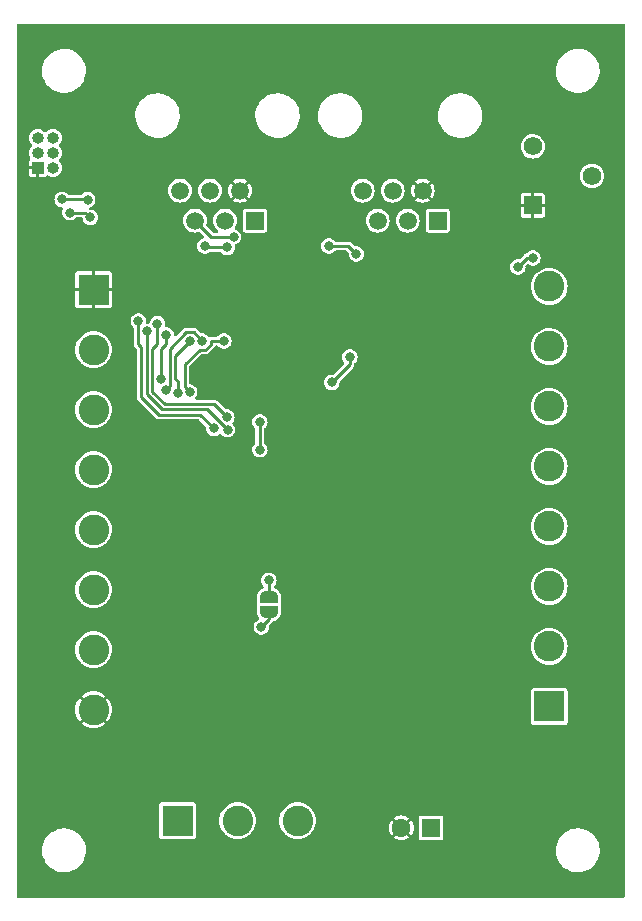
<source format=gbr>
%TF.GenerationSoftware,KiCad,Pcbnew,7.0.5*%
%TF.CreationDate,2023-08-26T13:13:14+02:00*%
%TF.ProjectId,XnetBlockUnit,586e6574-426c-46f6-936b-556e69742e6b,rev?*%
%TF.SameCoordinates,Original*%
%TF.FileFunction,Copper,L2,Bot*%
%TF.FilePolarity,Positive*%
%FSLAX46Y46*%
G04 Gerber Fmt 4.6, Leading zero omitted, Abs format (unit mm)*
G04 Created by KiCad (PCBNEW 7.0.5) date 2023-08-26 13:13:14*
%MOMM*%
%LPD*%
G01*
G04 APERTURE LIST*
G04 Aperture macros list*
%AMFreePoly0*
4,1,19,0.500000,-0.750000,0.000000,-0.750000,0.000000,-0.744911,-0.071157,-0.744911,-0.207708,-0.704816,-0.327430,-0.627875,-0.420627,-0.520320,-0.479746,-0.390866,-0.500000,-0.250000,-0.500000,0.250000,-0.479746,0.390866,-0.420627,0.520320,-0.327430,0.627875,-0.207708,0.704816,-0.071157,0.744911,0.000000,0.744911,0.000000,0.750000,0.500000,0.750000,0.500000,-0.750000,0.500000,-0.750000,
$1*%
%AMFreePoly1*
4,1,19,0.000000,0.744911,0.071157,0.744911,0.207708,0.704816,0.327430,0.627875,0.420627,0.520320,0.479746,0.390866,0.500000,0.250000,0.500000,-0.250000,0.479746,-0.390866,0.420627,-0.520320,0.327430,-0.627875,0.207708,-0.704816,0.071157,-0.744911,0.000000,-0.744911,0.000000,-0.750000,-0.500000,-0.750000,-0.500000,0.750000,0.000000,0.750000,0.000000,0.744911,0.000000,0.744911,
$1*%
G04 Aperture macros list end*
%TA.AperFunction,ComponentPad*%
%ADD10R,2.600000X2.600000*%
%TD*%
%TA.AperFunction,ComponentPad*%
%ADD11C,2.600000*%
%TD*%
%TA.AperFunction,ComponentPad*%
%ADD12R,1.600000X1.600000*%
%TD*%
%TA.AperFunction,ComponentPad*%
%ADD13C,1.600000*%
%TD*%
%TA.AperFunction,ComponentPad*%
%ADD14R,1.560000X1.560000*%
%TD*%
%TA.AperFunction,ComponentPad*%
%ADD15C,1.560000*%
%TD*%
%TA.AperFunction,ComponentPad*%
%ADD16R,1.000000X1.000000*%
%TD*%
%TA.AperFunction,ComponentPad*%
%ADD17O,1.000000X1.000000*%
%TD*%
%TA.AperFunction,ComponentPad*%
%ADD18R,1.520000X1.520000*%
%TD*%
%TA.AperFunction,ComponentPad*%
%ADD19C,1.520000*%
%TD*%
%TA.AperFunction,SMDPad,CuDef*%
%ADD20FreePoly0,90.000000*%
%TD*%
%TA.AperFunction,SMDPad,CuDef*%
%ADD21FreePoly1,90.000000*%
%TD*%
%TA.AperFunction,ViaPad*%
%ADD22C,0.800000*%
%TD*%
%TA.AperFunction,Conductor*%
%ADD23C,0.250000*%
%TD*%
G04 APERTURE END LIST*
D10*
%TO.P,J103,1,Pin_1*%
%TO.N,/AC2*%
X85090000Y-123317000D03*
D11*
%TO.P,J103,2,Pin_2*%
%TO.N,/AC1*%
X85090000Y-118237000D03*
%TO.P,J103,3,Pin_3*%
%TO.N,/coil_B*%
X85090000Y-113157000D03*
%TO.P,J103,4,Pin_4*%
%TO.N,/coil_pow*%
X85090000Y-108077000D03*
%TO.P,J103,5,Pin_5*%
%TO.N,/coil_A*%
X85090000Y-102997000D03*
%TO.P,J103,6,Pin_6*%
%TO.N,/red*%
X85090000Y-97917000D03*
%TO.P,J103,7,Pin_7*%
%TO.N,/green*%
X85090000Y-92837000D03*
%TO.P,J103,8,Pin_8*%
%TO.N,+12V*%
X85090000Y-87757000D03*
%TD*%
D12*
%TO.P,C101,1*%
%TO.N,/coil_pow*%
X75066651Y-133604000D03*
D13*
%TO.P,C101,2*%
%TO.N,GND*%
X72566651Y-133604000D03*
%TD*%
D10*
%TO.P,J101,1,Pin_1*%
%TO.N,/sensor1/TRACK*%
X53612000Y-132978000D03*
D11*
%TO.P,J101,2,Pin_2*%
%TO.N,/sensor1/COM*%
X58692000Y-132978000D03*
%TO.P,J101,3,Pin_3*%
%TO.N,/sensor2/TRACK*%
X63772000Y-132978000D03*
%TD*%
D14*
%TO.P,RV101,1,1*%
%TO.N,GND*%
X83693000Y-80899000D03*
D15*
%TO.P,RV101,2,2*%
%TO.N,/atmega/A6*%
X88693000Y-78399000D03*
%TO.P,RV101,3,3*%
%TO.N,+5V*%
X83693000Y-75899000D03*
%TD*%
D16*
%TO.P,U201,1*%
%TO.N,GND*%
X41783000Y-77724000D03*
D17*
%TO.P,U201,2*%
%TO.N,/atmega/reset*%
X43053000Y-77724000D03*
%TO.P,U201,3*%
%TO.N,/atmega/MOSI*%
X41783000Y-76454000D03*
%TO.P,U201,4*%
%TO.N,/atmega/LED*%
X43053000Y-76454000D03*
%TO.P,U201,5*%
%TO.N,+5V*%
X41783000Y-75184000D03*
%TO.P,U201,6*%
%TO.N,/atmega/MISO*%
X43053000Y-75184000D03*
%TD*%
D10*
%TO.P,J102,1,Pin_1*%
%TO.N,GND*%
X46500000Y-88020000D03*
D11*
%TO.P,J102,2,Pin_2*%
%TO.N,/In*%
X46500000Y-93100000D03*
%TO.P,J102,3,Pin_3*%
%TO.N,/add*%
X46500000Y-98180000D03*
%TO.P,J102,4,Pin_4*%
%TO.N,/go*%
X46500000Y-103260000D03*
%TO.P,J102,5,Pin_5*%
%TO.N,/auto*%
X46500000Y-108340000D03*
%TO.P,J102,6,Pin_6*%
%TO.N,/synch*%
X46500000Y-113420000D03*
%TO.P,J102,7,Pin_7*%
%TO.N,/Out*%
X46500000Y-118500000D03*
%TO.P,J102,8,Pin_8*%
%TO.N,GND*%
X46500000Y-123580000D03*
%TD*%
D18*
%TO.P,J302,1*%
%TO.N,unconnected-(J302-Pad1)*%
X60170000Y-82178000D03*
D19*
%TO.P,J302,2*%
%TO.N,GND*%
X58900000Y-79638000D03*
%TO.P,J302,3*%
%TO.N,/Xnet/B*%
X57630000Y-82178000D03*
%TO.P,J302,4*%
%TO.N,/Xnet/A*%
X56360000Y-79638000D03*
%TO.P,J302,5*%
%TO.N,+12V*%
X55090000Y-82178000D03*
%TO.P,J302,6*%
%TO.N,unconnected-(J302-Pad6)*%
X53820000Y-79638000D03*
%TD*%
D18*
%TO.P,J301,1*%
%TO.N,unconnected-(J301-Pad1)*%
X75640000Y-82178000D03*
D19*
%TO.P,J301,2*%
%TO.N,GND*%
X74370000Y-79638000D03*
%TO.P,J301,3*%
%TO.N,/Xnet/B*%
X73100000Y-82178000D03*
%TO.P,J301,4*%
%TO.N,/Xnet/A*%
X71830000Y-79638000D03*
%TO.P,J301,5*%
%TO.N,+12V*%
X70560000Y-82178000D03*
%TO.P,J301,6*%
%TO.N,unconnected-(J301-Pad6)*%
X69290000Y-79638000D03*
%TD*%
D20*
%TO.P,JP101,1,A*%
%TO.N,/sensor1/COM*%
X61359000Y-115325000D03*
D21*
%TO.P,JP101,2,B*%
%TO.N,Net-(JP101-B)*%
X61359000Y-114025000D03*
%TD*%
D22*
%TO.N,GND*%
X65335000Y-92591000D03*
X59944000Y-105918000D03*
X77470000Y-133604000D03*
X59309000Y-90297000D03*
X64135000Y-85217000D03*
X74041000Y-95631000D03*
X73279000Y-107569000D03*
X42164000Y-122555000D03*
X63246000Y-82169000D03*
X61468000Y-77216000D03*
X53213000Y-99949000D03*
X64770000Y-106299000D03*
X56840000Y-108240000D03*
X75057000Y-114808000D03*
X81407000Y-67183000D03*
X51054000Y-108712000D03*
X68580000Y-82423000D03*
X68834000Y-90678000D03*
X64008000Y-87122000D03*
X72390000Y-86487000D03*
X57150000Y-101346000D03*
X80899000Y-91821000D03*
X81407000Y-110363000D03*
X70612000Y-108712000D03*
X70358000Y-99314000D03*
X74676000Y-87630000D03*
X57658000Y-122682000D03*
X57912000Y-116586000D03*
X73533000Y-91186000D03*
X62484000Y-85852000D03*
X48006000Y-73152000D03*
X40767000Y-72771000D03*
X71882000Y-131318000D03*
X80264000Y-81407000D03*
X72644000Y-135636000D03*
X69977000Y-111887000D03*
X79375000Y-116078000D03*
X70485000Y-124333000D03*
X58801000Y-101727000D03*
X50800000Y-118237000D03*
X79629000Y-85598000D03*
X53340000Y-137668000D03*
X70993000Y-93980000D03*
X64262000Y-94361000D03*
X90297000Y-78232000D03*
X66802000Y-116459000D03*
X58039000Y-74295000D03*
X67818000Y-125984000D03*
X72390000Y-99441000D03*
X88519000Y-124460000D03*
X87757000Y-116459000D03*
X69088000Y-118745000D03*
X88265000Y-100203000D03*
X83566000Y-77597000D03*
X87630000Y-86995000D03*
X61849000Y-101727000D03*
X80010000Y-104648000D03*
X70612000Y-127508000D03*
X52832000Y-102870000D03*
X59817000Y-103759000D03*
X54610000Y-110109000D03*
X77470000Y-129794000D03*
X67564000Y-77089000D03*
X58039000Y-85598000D03*
X65278000Y-90551000D03*
X59182000Y-91694000D03*
X53086000Y-82042000D03*
X60960000Y-79883000D03*
X87884000Y-130683000D03*
X75057000Y-117729000D03*
X69977000Y-84074000D03*
X42164000Y-95758000D03*
X71628000Y-114427000D03*
X65405000Y-86995000D03*
X66802000Y-79883000D03*
X42291000Y-110998000D03*
X41148000Y-81534000D03*
X70358000Y-95758000D03*
X63881000Y-90678000D03*
X74930000Y-125984000D03*
X74549000Y-112268000D03*
X72263000Y-95885000D03*
X80391000Y-95758000D03*
X73406000Y-106045000D03*
X76200000Y-135636000D03*
X73025000Y-74295000D03*
X78994000Y-99568000D03*
X81153000Y-121666000D03*
X53594000Y-109982000D03*
X61976000Y-91948000D03*
X67691000Y-136017000D03*
X59309000Y-86995000D03*
X62484000Y-108077000D03*
X88265000Y-106934000D03*
X59690000Y-68072000D03*
X43942000Y-131064000D03*
X42545000Y-88265000D03*
X84582000Y-90297000D03*
X79121000Y-132207000D03*
X57404000Y-130556000D03*
X52324000Y-85598000D03*
X70358000Y-101346000D03*
X74803000Y-123698000D03*
X75184000Y-120142000D03*
X59309000Y-98552000D03*
X49530000Y-83312000D03*
X70612000Y-133604000D03*
X70866000Y-67945000D03*
X59436000Y-110236000D03*
X88265000Y-95377000D03*
X69977000Y-106045000D03*
X59690000Y-96901000D03*
X50927000Y-99822000D03*
X70358000Y-92202000D03*
X61214000Y-98044000D03*
X52959000Y-104775000D03*
X72263000Y-110617000D03*
X51689000Y-78486000D03*
X48514000Y-78359000D03*
X81153000Y-130556000D03*
%TO.N,+5V*%
X60579000Y-101573500D03*
X68753299Y-85009299D03*
X57816500Y-84455000D03*
X55917500Y-84328000D03*
X60579000Y-99224500D03*
X66416701Y-84332299D03*
%TO.N,+12V*%
X58354500Y-83566000D03*
%TO.N,/atmega/LED*%
X44500000Y-81500000D03*
X46228000Y-81915000D03*
X51905027Y-90902625D03*
X57785000Y-98806000D03*
%TO.N,/sensor1/COM*%
X60706000Y-116586000D03*
%TO.N,Net-(JP101-B)*%
X61341000Y-112649000D03*
%TO.N,/atmega/reset*%
X52197000Y-95631000D03*
X43834397Y-80391000D03*
X52671435Y-91858500D03*
X46007500Y-80407497D03*
%TO.N,/Xnet/Tx*%
X54668000Y-92375500D03*
X53628512Y-96780773D03*
%TO.N,/Xnet/RS485_DIR*%
X55680124Y-92374894D03*
X52634744Y-96529546D03*
%TO.N,/Xnet/Rx*%
X57531000Y-92375500D03*
X54639646Y-96693473D03*
%TO.N,/atmega/MOSI*%
X56696552Y-99767456D03*
X50292000Y-90678000D03*
%TO.N,/atmega/MISO*%
X57844201Y-99889799D03*
X51016500Y-91567000D03*
%TO.N,/atmega/A6*%
X68199000Y-93726000D03*
X82418701Y-86110299D03*
X66675000Y-95885000D03*
X83697299Y-85339701D03*
%TD*%
D23*
%TO.N,+5V*%
X68753299Y-85009299D02*
X68076299Y-84332299D01*
X57816500Y-84455000D02*
X56044500Y-84455000D01*
X56044500Y-84455000D02*
X55917500Y-84328000D01*
X60579000Y-101573500D02*
X60579000Y-99224500D01*
X68076299Y-84332299D02*
X66416701Y-84332299D01*
%TO.N,+12V*%
X56478000Y-83566000D02*
X58354500Y-83566000D01*
X55090000Y-82178000D02*
X56478000Y-83566000D01*
%TO.N,/atmega/LED*%
X44500000Y-81500000D02*
X45813000Y-81500000D01*
X56700000Y-97721000D02*
X57785000Y-98806000D01*
X51905027Y-90902625D02*
X51905027Y-92630278D01*
X45813000Y-81500000D02*
X46228000Y-81915000D01*
X51446000Y-96656604D02*
X52510396Y-97721000D01*
X52510396Y-97721000D02*
X56700000Y-97721000D01*
X51905027Y-92630278D02*
X51446000Y-93089305D01*
X51446000Y-93089305D02*
X51446000Y-96656604D01*
%TO.N,/sensor1/COM*%
X61359000Y-115325000D02*
X61359000Y-115933000D01*
X61359000Y-115933000D02*
X60706000Y-116586000D01*
%TO.N,Net-(JP101-B)*%
X61359000Y-112667000D02*
X61341000Y-112649000D01*
X61359000Y-114025000D02*
X61359000Y-112667000D01*
%TO.N,/atmega/reset*%
X45991003Y-80391000D02*
X46007500Y-80407497D01*
X52197000Y-95631000D02*
X52197000Y-93091000D01*
X52671435Y-92616565D02*
X52671435Y-91858500D01*
X52197000Y-93091000D02*
X52671435Y-92616565D01*
X43834397Y-80391000D02*
X45991003Y-80391000D01*
%TO.N,/Xnet/Tx*%
X53409000Y-93634500D02*
X54668000Y-92375500D01*
X53409000Y-95553700D02*
X53409000Y-93634500D01*
X53628512Y-95773212D02*
X53409000Y-95553700D01*
X53628512Y-96780773D02*
X53628512Y-95773212D01*
%TO.N,/Xnet/RS485_DIR*%
X54968305Y-91650500D02*
X54367695Y-91650500D01*
X55680124Y-92374894D02*
X55680124Y-92362319D01*
X52959000Y-93059195D02*
X52959000Y-96205290D01*
X55680124Y-92362319D02*
X54968305Y-91650500D01*
X54367695Y-91650500D02*
X52959000Y-93059195D01*
X52959000Y-96205290D02*
X52634744Y-96529546D01*
%TO.N,/Xnet/Rx*%
X54639646Y-96693473D02*
X54229000Y-96282827D01*
X55489025Y-93100975D02*
X55979929Y-93100975D01*
X54229000Y-96282827D02*
X54229000Y-94361000D01*
X54229000Y-94361000D02*
X55489025Y-93100975D01*
X56404624Y-92375500D02*
X57531000Y-92375500D01*
X55979929Y-93100975D02*
X56404624Y-92676280D01*
X56404624Y-92676280D02*
X56404624Y-92375500D01*
%TO.N,/atmega/MOSI*%
X50546000Y-97155000D02*
X52012000Y-98621000D01*
X55550096Y-98621000D02*
X56696552Y-99767456D01*
X50546000Y-92906000D02*
X50546000Y-97155000D01*
X50292000Y-92652000D02*
X50546000Y-92906000D01*
X50292000Y-90678000D02*
X50292000Y-92652000D01*
X52012000Y-98621000D02*
X55550096Y-98621000D01*
%TO.N,/atmega/MISO*%
X50996000Y-91587500D02*
X50996000Y-96843000D01*
X56124695Y-98171000D02*
X57843494Y-99889799D01*
X57843494Y-99889799D02*
X57844201Y-99889799D01*
X52324000Y-98171000D02*
X56124695Y-98171000D01*
X50996000Y-96843000D02*
X52324000Y-98171000D01*
X51016500Y-91567000D02*
X50996000Y-91587500D01*
%TO.N,/atmega/A6*%
X68199000Y-94361000D02*
X66675000Y-95885000D01*
X83189299Y-85339701D02*
X82418701Y-86110299D01*
X83697299Y-85339701D02*
X83189299Y-85339701D01*
X68199000Y-93726000D02*
X68199000Y-94361000D01*
%TD*%
%TA.AperFunction,Conductor*%
%TO.N,GND*%
G36*
X91442539Y-65520185D02*
G01*
X91488294Y-65572989D01*
X91499500Y-65624500D01*
X91499500Y-139375500D01*
X91479815Y-139442539D01*
X91427011Y-139488294D01*
X91375500Y-139499500D01*
X40124500Y-139499500D01*
X40057461Y-139479815D01*
X40011706Y-139427011D01*
X40000500Y-139375500D01*
X40000500Y-135567763D01*
X42145787Y-135567763D01*
X42175413Y-135837013D01*
X42175415Y-135837024D01*
X42243926Y-136099082D01*
X42243928Y-136099088D01*
X42349870Y-136348390D01*
X42421998Y-136466575D01*
X42490979Y-136579605D01*
X42490986Y-136579615D01*
X42664253Y-136787819D01*
X42664259Y-136787824D01*
X42865998Y-136968582D01*
X43091910Y-137118044D01*
X43337176Y-137233020D01*
X43337183Y-137233022D01*
X43337185Y-137233023D01*
X43596557Y-137311057D01*
X43596564Y-137311058D01*
X43596569Y-137311060D01*
X43864561Y-137350500D01*
X43864566Y-137350500D01*
X44067629Y-137350500D01*
X44067631Y-137350500D01*
X44067636Y-137350499D01*
X44067648Y-137350499D01*
X44105191Y-137347750D01*
X44270156Y-137335677D01*
X44382758Y-137310593D01*
X44534546Y-137276782D01*
X44534548Y-137276781D01*
X44534553Y-137276780D01*
X44787558Y-137180014D01*
X45023777Y-137047441D01*
X45238177Y-136881888D01*
X45426186Y-136686881D01*
X45583799Y-136466579D01*
X45657787Y-136322669D01*
X45707649Y-136225690D01*
X45707651Y-136225684D01*
X45707656Y-136225675D01*
X45795118Y-135969305D01*
X45844319Y-135702933D01*
X45849259Y-135567763D01*
X85645787Y-135567763D01*
X85675413Y-135837013D01*
X85675415Y-135837024D01*
X85743926Y-136099082D01*
X85743928Y-136099088D01*
X85849870Y-136348390D01*
X85921998Y-136466575D01*
X85990979Y-136579605D01*
X85990986Y-136579615D01*
X86164253Y-136787819D01*
X86164259Y-136787824D01*
X86365998Y-136968582D01*
X86591910Y-137118044D01*
X86837176Y-137233020D01*
X86837183Y-137233022D01*
X86837185Y-137233023D01*
X87096557Y-137311057D01*
X87096564Y-137311058D01*
X87096569Y-137311060D01*
X87364561Y-137350500D01*
X87364566Y-137350500D01*
X87567629Y-137350500D01*
X87567631Y-137350500D01*
X87567636Y-137350499D01*
X87567648Y-137350499D01*
X87605191Y-137347750D01*
X87770156Y-137335677D01*
X87882758Y-137310593D01*
X88034546Y-137276782D01*
X88034548Y-137276781D01*
X88034553Y-137276780D01*
X88287558Y-137180014D01*
X88523777Y-137047441D01*
X88738177Y-136881888D01*
X88926186Y-136686881D01*
X89083799Y-136466579D01*
X89157787Y-136322669D01*
X89207649Y-136225690D01*
X89207651Y-136225684D01*
X89207656Y-136225675D01*
X89295118Y-135969305D01*
X89344319Y-135702933D01*
X89354212Y-135432235D01*
X89324586Y-135162982D01*
X89256072Y-134900912D01*
X89150130Y-134651610D01*
X89009018Y-134420390D01*
X88971860Y-134375740D01*
X88835746Y-134212180D01*
X88835740Y-134212175D01*
X88634002Y-134031418D01*
X88408092Y-133881957D01*
X88322952Y-133842045D01*
X88162824Y-133766980D01*
X88162819Y-133766978D01*
X88162814Y-133766976D01*
X87903442Y-133688942D01*
X87903428Y-133688939D01*
X87787791Y-133671921D01*
X87635439Y-133649500D01*
X87432369Y-133649500D01*
X87432351Y-133649500D01*
X87229844Y-133664323D01*
X87229831Y-133664325D01*
X86965453Y-133723217D01*
X86965446Y-133723220D01*
X86712439Y-133819987D01*
X86476226Y-133952557D01*
X86261822Y-134118112D01*
X86073822Y-134313109D01*
X86073816Y-134313116D01*
X85916202Y-134533419D01*
X85916199Y-134533424D01*
X85792350Y-134774309D01*
X85792343Y-134774327D01*
X85704884Y-135030685D01*
X85704881Y-135030699D01*
X85655681Y-135297068D01*
X85655680Y-135297075D01*
X85645787Y-135567763D01*
X45849259Y-135567763D01*
X45854212Y-135432235D01*
X45824586Y-135162982D01*
X45756072Y-134900912D01*
X45650130Y-134651610D01*
X45509018Y-134420390D01*
X45471860Y-134375740D01*
X45411058Y-134302678D01*
X52061500Y-134302678D01*
X52076032Y-134375735D01*
X52076033Y-134375739D01*
X52076034Y-134375740D01*
X52131399Y-134458601D01*
X52214260Y-134513966D01*
X52214264Y-134513967D01*
X52287321Y-134528499D01*
X52287324Y-134528500D01*
X52287326Y-134528500D01*
X54936676Y-134528500D01*
X54936677Y-134528499D01*
X55009740Y-134513966D01*
X55092601Y-134458601D01*
X55147966Y-134375740D01*
X55162500Y-134302674D01*
X55162500Y-132978000D01*
X57136706Y-132978000D01*
X57155853Y-133221297D01*
X57212830Y-133458619D01*
X57306222Y-133684089D01*
X57433737Y-133892173D01*
X57433738Y-133892176D01*
X57433741Y-133892179D01*
X57592241Y-134077759D01*
X57723852Y-134190165D01*
X57777823Y-134236261D01*
X57777826Y-134236262D01*
X57985910Y-134363777D01*
X58211381Y-134457169D01*
X58211378Y-134457169D01*
X58211384Y-134457170D01*
X58211388Y-134457172D01*
X58448698Y-134514146D01*
X58692000Y-134533294D01*
X58935302Y-134514146D01*
X59172612Y-134457172D01*
X59398089Y-134363777D01*
X59606179Y-134236259D01*
X59791759Y-134077759D01*
X59950259Y-133892179D01*
X60077777Y-133684089D01*
X60171172Y-133458612D01*
X60228146Y-133221302D01*
X60247294Y-132978000D01*
X62216706Y-132978000D01*
X62235853Y-133221297D01*
X62292830Y-133458619D01*
X62386222Y-133684089D01*
X62513737Y-133892173D01*
X62513738Y-133892176D01*
X62513741Y-133892179D01*
X62672241Y-134077759D01*
X62803852Y-134190165D01*
X62857823Y-134236261D01*
X62857826Y-134236262D01*
X63065910Y-134363777D01*
X63291381Y-134457169D01*
X63291378Y-134457169D01*
X63291384Y-134457170D01*
X63291388Y-134457172D01*
X63528698Y-134514146D01*
X63772000Y-134533294D01*
X64015302Y-134514146D01*
X64252612Y-134457172D01*
X64478089Y-134363777D01*
X64686179Y-134236259D01*
X64871759Y-134077759D01*
X65030259Y-133892179D01*
X65157777Y-133684089D01*
X65190951Y-133604000D01*
X71511570Y-133604000D01*
X71531842Y-133809834D01*
X71591884Y-134007766D01*
X71689379Y-134190165D01*
X71689383Y-134190171D01*
X71740912Y-134252960D01*
X71740913Y-134252960D01*
X72209582Y-133784290D01*
X72239010Y-133842045D01*
X72328606Y-133931641D01*
X72386359Y-133961067D01*
X71917688Y-134429737D01*
X71980479Y-134481267D01*
X71980485Y-134481271D01*
X72162884Y-134578766D01*
X72360816Y-134638808D01*
X72566650Y-134659080D01*
X72772485Y-134638808D01*
X72970417Y-134578766D01*
X73152817Y-134481271D01*
X73152824Y-134481267D01*
X73215611Y-134429738D01*
X73215612Y-134429737D01*
X73214553Y-134428678D01*
X74016151Y-134428678D01*
X74030683Y-134501735D01*
X74030684Y-134501739D01*
X74038974Y-134514146D01*
X74086050Y-134584601D01*
X74167178Y-134638808D01*
X74168911Y-134639966D01*
X74168915Y-134639967D01*
X74241972Y-134654499D01*
X74241975Y-134654500D01*
X74241977Y-134654500D01*
X75891327Y-134654500D01*
X75891328Y-134654499D01*
X75964391Y-134639966D01*
X76047252Y-134584601D01*
X76102617Y-134501740D01*
X76117151Y-134428674D01*
X76117151Y-132779326D01*
X76117151Y-132779323D01*
X76117150Y-132779321D01*
X76102618Y-132706264D01*
X76102617Y-132706260D01*
X76102617Y-132706259D01*
X76047252Y-132623399D01*
X75964391Y-132568034D01*
X75964390Y-132568033D01*
X75964386Y-132568032D01*
X75891328Y-132553500D01*
X75891325Y-132553500D01*
X74241977Y-132553500D01*
X74241974Y-132553500D01*
X74168915Y-132568032D01*
X74168911Y-132568033D01*
X74086050Y-132623399D01*
X74030684Y-132706260D01*
X74030683Y-132706264D01*
X74016151Y-132779321D01*
X74016151Y-134428678D01*
X73214553Y-134428678D01*
X72746942Y-133961067D01*
X72804696Y-133931641D01*
X72894292Y-133842045D01*
X72923719Y-133784291D01*
X73392388Y-134252961D01*
X73392389Y-134252960D01*
X73443918Y-134190173D01*
X73443922Y-134190166D01*
X73541417Y-134007766D01*
X73601459Y-133809834D01*
X73621731Y-133604000D01*
X73601459Y-133398165D01*
X73541417Y-133200233D01*
X73443922Y-133017834D01*
X73443918Y-133017828D01*
X73392388Y-132955038D01*
X73392387Y-132955038D01*
X72923718Y-133423706D01*
X72894292Y-133365955D01*
X72804696Y-133276359D01*
X72746942Y-133246932D01*
X73215611Y-132778262D01*
X73215611Y-132778261D01*
X73152822Y-132726732D01*
X73152816Y-132726728D01*
X72970417Y-132629233D01*
X72772485Y-132569191D01*
X72566650Y-132548919D01*
X72360816Y-132569191D01*
X72162884Y-132629233D01*
X71980478Y-132726731D01*
X71917689Y-132778260D01*
X71917689Y-132778261D01*
X72386359Y-133246931D01*
X72328606Y-133276359D01*
X72239010Y-133365955D01*
X72209583Y-133423708D01*
X71740912Y-132955038D01*
X71740911Y-132955038D01*
X71689382Y-133017827D01*
X71591884Y-133200233D01*
X71531842Y-133398165D01*
X71511570Y-133604000D01*
X65190951Y-133604000D01*
X65251172Y-133458612D01*
X65308146Y-133221302D01*
X65327294Y-132978000D01*
X65308146Y-132734698D01*
X65251172Y-132497388D01*
X65157777Y-132271911D01*
X65157777Y-132271910D01*
X65030262Y-132063826D01*
X65030261Y-132063823D01*
X64994453Y-132021897D01*
X64871759Y-131878241D01*
X64749063Y-131773449D01*
X64686176Y-131719738D01*
X64686173Y-131719737D01*
X64478089Y-131592222D01*
X64252618Y-131498830D01*
X64252621Y-131498830D01*
X64146992Y-131473470D01*
X64015302Y-131441854D01*
X64015300Y-131441853D01*
X64015297Y-131441853D01*
X63772000Y-131422706D01*
X63528702Y-131441853D01*
X63291380Y-131498830D01*
X63065910Y-131592222D01*
X62857826Y-131719737D01*
X62857823Y-131719738D01*
X62672241Y-131878241D01*
X62513738Y-132063823D01*
X62513737Y-132063826D01*
X62386222Y-132271910D01*
X62292830Y-132497380D01*
X62292828Y-132497387D01*
X62292828Y-132497388D01*
X62275868Y-132568032D01*
X62235853Y-132734702D01*
X62216706Y-132978000D01*
X60247294Y-132978000D01*
X60228146Y-132734698D01*
X60171172Y-132497388D01*
X60077777Y-132271911D01*
X60077777Y-132271910D01*
X59950262Y-132063826D01*
X59950261Y-132063823D01*
X59914453Y-132021897D01*
X59791759Y-131878241D01*
X59669063Y-131773449D01*
X59606176Y-131719738D01*
X59606173Y-131719737D01*
X59398089Y-131592222D01*
X59172618Y-131498830D01*
X59172621Y-131498830D01*
X59066992Y-131473470D01*
X58935302Y-131441854D01*
X58935300Y-131441853D01*
X58935297Y-131441853D01*
X58692000Y-131422706D01*
X58448702Y-131441853D01*
X58211380Y-131498830D01*
X57985910Y-131592222D01*
X57777826Y-131719737D01*
X57777823Y-131719738D01*
X57592241Y-131878241D01*
X57433738Y-132063823D01*
X57433737Y-132063826D01*
X57306222Y-132271910D01*
X57212830Y-132497380D01*
X57212828Y-132497387D01*
X57212828Y-132497388D01*
X57195868Y-132568032D01*
X57155853Y-132734702D01*
X57136706Y-132978000D01*
X55162500Y-132978000D01*
X55162500Y-131653326D01*
X55162500Y-131653325D01*
X55162500Y-131653323D01*
X55162499Y-131653321D01*
X55147967Y-131580264D01*
X55147966Y-131580260D01*
X55147965Y-131580259D01*
X55092601Y-131497399D01*
X55009740Y-131442034D01*
X55009739Y-131442033D01*
X55009735Y-131442032D01*
X54936677Y-131427500D01*
X54936674Y-131427500D01*
X52287326Y-131427500D01*
X52287323Y-131427500D01*
X52214264Y-131442032D01*
X52214260Y-131442033D01*
X52131399Y-131497399D01*
X52076033Y-131580260D01*
X52076032Y-131580264D01*
X52061500Y-131653321D01*
X52061500Y-134302678D01*
X45411058Y-134302678D01*
X45335746Y-134212180D01*
X45335740Y-134212175D01*
X45134002Y-134031418D01*
X44908092Y-133881957D01*
X44822952Y-133842045D01*
X44662824Y-133766980D01*
X44662819Y-133766978D01*
X44662814Y-133766976D01*
X44403442Y-133688942D01*
X44403428Y-133688939D01*
X44287791Y-133671921D01*
X44135439Y-133649500D01*
X43932369Y-133649500D01*
X43932351Y-133649500D01*
X43729844Y-133664323D01*
X43729831Y-133664325D01*
X43465453Y-133723217D01*
X43465446Y-133723220D01*
X43212439Y-133819987D01*
X42976226Y-133952557D01*
X42761822Y-134118112D01*
X42573822Y-134313109D01*
X42573816Y-134313116D01*
X42416202Y-134533419D01*
X42416199Y-134533424D01*
X42292350Y-134774309D01*
X42292343Y-134774327D01*
X42204884Y-135030685D01*
X42204881Y-135030699D01*
X42155681Y-135297068D01*
X42155680Y-135297075D01*
X42145787Y-135567763D01*
X40000500Y-135567763D01*
X40000500Y-123580000D01*
X44945207Y-123580000D01*
X44964348Y-123823219D01*
X45021303Y-124060457D01*
X45114668Y-124285861D01*
X45242142Y-124493878D01*
X45242143Y-124493881D01*
X45319163Y-124584059D01*
X45960406Y-123942815D01*
X45995186Y-123997619D01*
X46114903Y-124110040D01*
X46135443Y-124121332D01*
X45495939Y-124760835D01*
X45586118Y-124837856D01*
X45586121Y-124837857D01*
X45794138Y-124965331D01*
X46019542Y-125058696D01*
X46256780Y-125115651D01*
X46256779Y-125115651D01*
X46500000Y-125134792D01*
X46743219Y-125115651D01*
X46980457Y-125058696D01*
X47205861Y-124965331D01*
X47413883Y-124837854D01*
X47504059Y-124760835D01*
X47384902Y-124641678D01*
X83539500Y-124641678D01*
X83554032Y-124714735D01*
X83554033Y-124714739D01*
X83554034Y-124714740D01*
X83609399Y-124797601D01*
X83692260Y-124852965D01*
X83692260Y-124852966D01*
X83692264Y-124852967D01*
X83765321Y-124867499D01*
X83765324Y-124867500D01*
X83765326Y-124867500D01*
X86414676Y-124867500D01*
X86414677Y-124867499D01*
X86487740Y-124852966D01*
X86570601Y-124797601D01*
X86625966Y-124714740D01*
X86640500Y-124641674D01*
X86640500Y-121992326D01*
X86640500Y-121992323D01*
X86640499Y-121992321D01*
X86625967Y-121919264D01*
X86625966Y-121919260D01*
X86625965Y-121919259D01*
X86570601Y-121836399D01*
X86487740Y-121781034D01*
X86487739Y-121781033D01*
X86487735Y-121781032D01*
X86414677Y-121766500D01*
X86414674Y-121766500D01*
X83765326Y-121766500D01*
X83765323Y-121766500D01*
X83692264Y-121781032D01*
X83692260Y-121781033D01*
X83609399Y-121836399D01*
X83554033Y-121919260D01*
X83554032Y-121919264D01*
X83539500Y-121992321D01*
X83539500Y-124641678D01*
X47384902Y-124641678D01*
X46862960Y-124119737D01*
X46948492Y-124057595D01*
X47041701Y-123944924D01*
X47680835Y-124584059D01*
X47757854Y-124493883D01*
X47885331Y-124285861D01*
X47978696Y-124060457D01*
X48035651Y-123823219D01*
X48054792Y-123580000D01*
X48035651Y-123336780D01*
X47978696Y-123099542D01*
X47885331Y-122874138D01*
X47757857Y-122666121D01*
X47757856Y-122666118D01*
X47680835Y-122575939D01*
X47039591Y-123217182D01*
X47004814Y-123162381D01*
X46885097Y-123049960D01*
X46864555Y-123038667D01*
X47504059Y-122399163D01*
X47413881Y-122322143D01*
X47413878Y-122322142D01*
X47205861Y-122194668D01*
X46980457Y-122101303D01*
X46743219Y-122044348D01*
X46743220Y-122044348D01*
X46500000Y-122025207D01*
X46256780Y-122044348D01*
X46019542Y-122101303D01*
X45794138Y-122194668D01*
X45586118Y-122322144D01*
X45586113Y-122322147D01*
X45495939Y-122399163D01*
X46137039Y-123040262D01*
X46051508Y-123102405D01*
X45958299Y-123215075D01*
X45319163Y-122575939D01*
X45242147Y-122666113D01*
X45242144Y-122666118D01*
X45114668Y-122874138D01*
X45021303Y-123099542D01*
X44964348Y-123336780D01*
X44945207Y-123580000D01*
X40000500Y-123580000D01*
X40000500Y-118500000D01*
X44944706Y-118500000D01*
X44963853Y-118743297D01*
X44963853Y-118743300D01*
X44963854Y-118743302D01*
X45011819Y-118943089D01*
X45020830Y-118980619D01*
X45114222Y-119206089D01*
X45241737Y-119414173D01*
X45241738Y-119414176D01*
X45241741Y-119414179D01*
X45400241Y-119599759D01*
X45536540Y-119716169D01*
X45585823Y-119758261D01*
X45585826Y-119758262D01*
X45793910Y-119885777D01*
X46019381Y-119979169D01*
X46019378Y-119979169D01*
X46019384Y-119979170D01*
X46019388Y-119979172D01*
X46256698Y-120036146D01*
X46500000Y-120055294D01*
X46743302Y-120036146D01*
X46980612Y-119979172D01*
X47206089Y-119885777D01*
X47414179Y-119758259D01*
X47599759Y-119599759D01*
X47758259Y-119414179D01*
X47885777Y-119206089D01*
X47979172Y-118980612D01*
X48036146Y-118743302D01*
X48055294Y-118500000D01*
X48036146Y-118256698D01*
X48031417Y-118237000D01*
X83534706Y-118237000D01*
X83553853Y-118480297D01*
X83610830Y-118717619D01*
X83704222Y-118943089D01*
X83831737Y-119151173D01*
X83831738Y-119151176D01*
X83831741Y-119151179D01*
X83990241Y-119336759D01*
X84133897Y-119459453D01*
X84175823Y-119495261D01*
X84175826Y-119495262D01*
X84383910Y-119622777D01*
X84609381Y-119716169D01*
X84609378Y-119716169D01*
X84609384Y-119716170D01*
X84609388Y-119716172D01*
X84846698Y-119773146D01*
X85090000Y-119792294D01*
X85333302Y-119773146D01*
X85570612Y-119716172D01*
X85796089Y-119622777D01*
X86004179Y-119495259D01*
X86189759Y-119336759D01*
X86348259Y-119151179D01*
X86475777Y-118943089D01*
X86569172Y-118717612D01*
X86626146Y-118480302D01*
X86645294Y-118237000D01*
X86626146Y-117993698D01*
X86569172Y-117756388D01*
X86569169Y-117756380D01*
X86475777Y-117530910D01*
X86348262Y-117322826D01*
X86348261Y-117322823D01*
X86279010Y-117241741D01*
X86189759Y-117137241D01*
X86053105Y-117020528D01*
X86004176Y-116978738D01*
X86004173Y-116978737D01*
X85796089Y-116851222D01*
X85570618Y-116757830D01*
X85570621Y-116757830D01*
X85464992Y-116732470D01*
X85333302Y-116700854D01*
X85333300Y-116700853D01*
X85333297Y-116700853D01*
X85090000Y-116681706D01*
X84846702Y-116700853D01*
X84609380Y-116757830D01*
X84383910Y-116851222D01*
X84175826Y-116978737D01*
X84175823Y-116978738D01*
X83990241Y-117137241D01*
X83831738Y-117322823D01*
X83831737Y-117322826D01*
X83704222Y-117530910D01*
X83610830Y-117756380D01*
X83553853Y-117993702D01*
X83534706Y-118237000D01*
X48031417Y-118237000D01*
X47979172Y-118019388D01*
X47885777Y-117793911D01*
X47885777Y-117793910D01*
X47758262Y-117585826D01*
X47758261Y-117585823D01*
X47722453Y-117543897D01*
X47599759Y-117400241D01*
X47477063Y-117295449D01*
X47414176Y-117241738D01*
X47414173Y-117241737D01*
X47206089Y-117114222D01*
X46980618Y-117020830D01*
X46980621Y-117020830D01*
X46874992Y-116995470D01*
X46743302Y-116963854D01*
X46743300Y-116963853D01*
X46743297Y-116963853D01*
X46500000Y-116944706D01*
X46256702Y-116963853D01*
X46256697Y-116963854D01*
X46256698Y-116963854D01*
X46020630Y-117020530D01*
X46019380Y-117020830D01*
X45793910Y-117114222D01*
X45585826Y-117241737D01*
X45585823Y-117241738D01*
X45400241Y-117400241D01*
X45241738Y-117585823D01*
X45241737Y-117585826D01*
X45114222Y-117793910D01*
X45020830Y-118019380D01*
X44963853Y-118256702D01*
X44944706Y-118500000D01*
X40000500Y-118500000D01*
X40000500Y-116586000D01*
X60050722Y-116586000D01*
X60069762Y-116742818D01*
X60125779Y-116890523D01*
X60125780Y-116890523D01*
X60215517Y-117020530D01*
X60333760Y-117125283D01*
X60333762Y-117125284D01*
X60473634Y-117198696D01*
X60627014Y-117236500D01*
X60627015Y-117236500D01*
X60784985Y-117236500D01*
X60938365Y-117198696D01*
X60938364Y-117198695D01*
X61078240Y-117125283D01*
X61196483Y-117020530D01*
X61286220Y-116890523D01*
X61342237Y-116742818D01*
X61361278Y-116586000D01*
X61355102Y-116535144D01*
X61366561Y-116466224D01*
X61390514Y-116432521D01*
X61587889Y-116235146D01*
X61607746Y-116219022D01*
X61616836Y-116213084D01*
X61638638Y-116185071D01*
X61643733Y-116179303D01*
X61646519Y-116176518D01*
X61659372Y-116158514D01*
X61660837Y-116156548D01*
X61693809Y-116114189D01*
X61693808Y-116114189D01*
X61696584Y-116110624D01*
X61753295Y-116069812D01*
X61776789Y-116064051D01*
X61787664Y-116062488D01*
X61857416Y-116042007D01*
X61857419Y-116042005D01*
X61857421Y-116042005D01*
X61988189Y-115982285D01*
X61988193Y-115982282D01*
X61988201Y-115982279D01*
X62049355Y-115942978D01*
X62049363Y-115942971D01*
X62049366Y-115942969D01*
X62158018Y-115848822D01*
X62158019Y-115848821D01*
X62202396Y-115797606D01*
X62205624Y-115793881D01*
X62283356Y-115672927D01*
X62313555Y-115606800D01*
X62354062Y-115468845D01*
X62364408Y-115396889D01*
X62364408Y-114825000D01*
X62364408Y-114824997D01*
X62364407Y-114824995D01*
X62344968Y-114727267D01*
X62344966Y-114727264D01*
X62344966Y-114727260D01*
X62344963Y-114727256D01*
X62342977Y-114722461D01*
X62335504Y-114652992D01*
X62342977Y-114627539D01*
X62344962Y-114622745D01*
X62344966Y-114622740D01*
X62364408Y-114525000D01*
X62364408Y-113953111D01*
X62354062Y-113881155D01*
X62313555Y-113743200D01*
X62283356Y-113677073D01*
X62283354Y-113677070D01*
X62283353Y-113677067D01*
X62244490Y-113616596D01*
X62205624Y-113556119D01*
X62205620Y-113556114D01*
X62158019Y-113501178D01*
X62158018Y-113501177D01*
X62049366Y-113407030D01*
X62049357Y-113407024D01*
X62049355Y-113407022D01*
X62032713Y-113396327D01*
X61988205Y-113367723D01*
X61988189Y-113367714D01*
X61857431Y-113307999D01*
X61857420Y-113307995D01*
X61857416Y-113307993D01*
X61857410Y-113307991D01*
X61854255Y-113306815D01*
X61798320Y-113264946D01*
X61773900Y-113199482D01*
X61783140Y-113157000D01*
X83534706Y-113157000D01*
X83553853Y-113400297D01*
X83553853Y-113400300D01*
X83553854Y-113400302D01*
X83591264Y-113556125D01*
X83610830Y-113637619D01*
X83704222Y-113863089D01*
X83831737Y-114071173D01*
X83831738Y-114071176D01*
X83831741Y-114071179D01*
X83990241Y-114256759D01*
X84133897Y-114379453D01*
X84175823Y-114415261D01*
X84175826Y-114415262D01*
X84383910Y-114542777D01*
X84609381Y-114636169D01*
X84609378Y-114636169D01*
X84609384Y-114636170D01*
X84609388Y-114636172D01*
X84846698Y-114693146D01*
X85090000Y-114712294D01*
X85333302Y-114693146D01*
X85570612Y-114636172D01*
X85796089Y-114542777D01*
X86004179Y-114415259D01*
X86189759Y-114256759D01*
X86348259Y-114071179D01*
X86475777Y-113863089D01*
X86569172Y-113637612D01*
X86626146Y-113400302D01*
X86645294Y-113157000D01*
X86626146Y-112913698D01*
X86569172Y-112676388D01*
X86557828Y-112649000D01*
X86475777Y-112450910D01*
X86348262Y-112242826D01*
X86348261Y-112242823D01*
X86279010Y-112161741D01*
X86189759Y-112057241D01*
X86053457Y-111940828D01*
X86004176Y-111898738D01*
X86004173Y-111898737D01*
X85796089Y-111771222D01*
X85570618Y-111677830D01*
X85570621Y-111677830D01*
X85464992Y-111652470D01*
X85333302Y-111620854D01*
X85333300Y-111620853D01*
X85333297Y-111620853D01*
X85090000Y-111601706D01*
X84846702Y-111620853D01*
X84609380Y-111677830D01*
X84383910Y-111771222D01*
X84175826Y-111898737D01*
X84175823Y-111898738D01*
X83990241Y-112057241D01*
X83831738Y-112242823D01*
X83831737Y-112242826D01*
X83704222Y-112450910D01*
X83610830Y-112676380D01*
X83553853Y-112913702D01*
X83534706Y-113157000D01*
X61783140Y-113157000D01*
X61788749Y-113131209D01*
X61815359Y-113097814D01*
X61831483Y-113083530D01*
X61921220Y-112953523D01*
X61977237Y-112805818D01*
X61996278Y-112649000D01*
X61977237Y-112492182D01*
X61921220Y-112344477D01*
X61831483Y-112214470D01*
X61713240Y-112109717D01*
X61713238Y-112109716D01*
X61713237Y-112109715D01*
X61573365Y-112036303D01*
X61419986Y-111998500D01*
X61419985Y-111998500D01*
X61262015Y-111998500D01*
X61262014Y-111998500D01*
X61108634Y-112036303D01*
X60968762Y-112109715D01*
X60850516Y-112214471D01*
X60760781Y-112344475D01*
X60760780Y-112344476D01*
X60704762Y-112492181D01*
X60685722Y-112648999D01*
X60685722Y-112649000D01*
X60704762Y-112805818D01*
X60745676Y-112913698D01*
X60760780Y-112953523D01*
X60850517Y-113083530D01*
X60866640Y-113097814D01*
X60878431Y-113108259D01*
X60915558Y-113167449D01*
X60914790Y-113237314D01*
X60876373Y-113295674D01*
X60847716Y-113313869D01*
X60729805Y-113367717D01*
X60729794Y-113367723D01*
X60668649Y-113407019D01*
X60668633Y-113407030D01*
X60559981Y-113501177D01*
X60559980Y-113501178D01*
X60512379Y-113556114D01*
X60512372Y-113556125D01*
X60434646Y-113677067D01*
X60434644Y-113677072D01*
X60404445Y-113743200D01*
X60363939Y-113881149D01*
X60363936Y-113881159D01*
X60353592Y-113953111D01*
X60353592Y-114525000D01*
X60353592Y-114525002D01*
X60353591Y-114525002D01*
X60373033Y-114622740D01*
X60375025Y-114627548D01*
X60382494Y-114697017D01*
X60375025Y-114722452D01*
X60373033Y-114727259D01*
X60353592Y-114824997D01*
X60353592Y-115396888D01*
X60363936Y-115468840D01*
X60363939Y-115468850D01*
X60404445Y-115606799D01*
X60434644Y-115672927D01*
X60434646Y-115672932D01*
X60514770Y-115797606D01*
X60513276Y-115798565D01*
X60535095Y-115857103D01*
X60520228Y-115925373D01*
X60470811Y-115974767D01*
X60469036Y-115975717D01*
X60333761Y-116046716D01*
X60215516Y-116151471D01*
X60125781Y-116281475D01*
X60125780Y-116281476D01*
X60069762Y-116429181D01*
X60050722Y-116585999D01*
X60050722Y-116586000D01*
X40000500Y-116586000D01*
X40000500Y-113420000D01*
X44944706Y-113420000D01*
X44963853Y-113663297D01*
X44963853Y-113663300D01*
X44963854Y-113663302D01*
X45016155Y-113881149D01*
X45020830Y-113900619D01*
X45114222Y-114126089D01*
X45241737Y-114334173D01*
X45241738Y-114334176D01*
X45241741Y-114334179D01*
X45400241Y-114519759D01*
X45526446Y-114627548D01*
X45585823Y-114678261D01*
X45585826Y-114678262D01*
X45793910Y-114805777D01*
X46019381Y-114899169D01*
X46019378Y-114899169D01*
X46019384Y-114899170D01*
X46019388Y-114899172D01*
X46256698Y-114956146D01*
X46500000Y-114975294D01*
X46743302Y-114956146D01*
X46980612Y-114899172D01*
X47206089Y-114805777D01*
X47414179Y-114678259D01*
X47599759Y-114519759D01*
X47758259Y-114334179D01*
X47885777Y-114126089D01*
X47979172Y-113900612D01*
X48036146Y-113663302D01*
X48055294Y-113420000D01*
X48036146Y-113176698D01*
X47979172Y-112939388D01*
X47885777Y-112713911D01*
X47885777Y-112713910D01*
X47758262Y-112505826D01*
X47758261Y-112505823D01*
X47722453Y-112463897D01*
X47599759Y-112320241D01*
X47475917Y-112214470D01*
X47414176Y-112161738D01*
X47414173Y-112161737D01*
X47206089Y-112034222D01*
X46980618Y-111940830D01*
X46980621Y-111940830D01*
X46874992Y-111915470D01*
X46743302Y-111883854D01*
X46743300Y-111883853D01*
X46743297Y-111883853D01*
X46500000Y-111864706D01*
X46256702Y-111883853D01*
X46019380Y-111940830D01*
X45793910Y-112034222D01*
X45585826Y-112161737D01*
X45585823Y-112161738D01*
X45400241Y-112320241D01*
X45241738Y-112505823D01*
X45241737Y-112505826D01*
X45114222Y-112713910D01*
X45020830Y-112939380D01*
X45020828Y-112939387D01*
X45020828Y-112939388D01*
X45017434Y-112953524D01*
X44963853Y-113176702D01*
X44944706Y-113420000D01*
X40000500Y-113420000D01*
X40000500Y-108340000D01*
X44944706Y-108340000D01*
X44963853Y-108583297D01*
X44963853Y-108583300D01*
X44963854Y-108583302D01*
X45011819Y-108783089D01*
X45020830Y-108820619D01*
X45114222Y-109046089D01*
X45241737Y-109254173D01*
X45241738Y-109254176D01*
X45241741Y-109254179D01*
X45400241Y-109439759D01*
X45536540Y-109556169D01*
X45585823Y-109598261D01*
X45585826Y-109598262D01*
X45793910Y-109725777D01*
X46019381Y-109819169D01*
X46019378Y-109819169D01*
X46019384Y-109819170D01*
X46019388Y-109819172D01*
X46256698Y-109876146D01*
X46500000Y-109895294D01*
X46743302Y-109876146D01*
X46980612Y-109819172D01*
X47206089Y-109725777D01*
X47414179Y-109598259D01*
X47599759Y-109439759D01*
X47758259Y-109254179D01*
X47885777Y-109046089D01*
X47979172Y-108820612D01*
X48036146Y-108583302D01*
X48055294Y-108340000D01*
X48036146Y-108096698D01*
X48031417Y-108077000D01*
X83534706Y-108077000D01*
X83553853Y-108320297D01*
X83610830Y-108557619D01*
X83704222Y-108783089D01*
X83831737Y-108991173D01*
X83831738Y-108991176D01*
X83831741Y-108991179D01*
X83990241Y-109176759D01*
X84133897Y-109299453D01*
X84175823Y-109335261D01*
X84175826Y-109335262D01*
X84383910Y-109462777D01*
X84609381Y-109556169D01*
X84609378Y-109556169D01*
X84609384Y-109556170D01*
X84609388Y-109556172D01*
X84846698Y-109613146D01*
X85090000Y-109632294D01*
X85333302Y-109613146D01*
X85570612Y-109556172D01*
X85796089Y-109462777D01*
X86004179Y-109335259D01*
X86189759Y-109176759D01*
X86348259Y-108991179D01*
X86475777Y-108783089D01*
X86569172Y-108557612D01*
X86626146Y-108320302D01*
X86645294Y-108077000D01*
X86626146Y-107833698D01*
X86569172Y-107596388D01*
X86569169Y-107596380D01*
X86475777Y-107370910D01*
X86348262Y-107162826D01*
X86348261Y-107162823D01*
X86279010Y-107081741D01*
X86189759Y-106977241D01*
X86053457Y-106860828D01*
X86004176Y-106818738D01*
X86004173Y-106818737D01*
X85796089Y-106691222D01*
X85570618Y-106597830D01*
X85570621Y-106597830D01*
X85464992Y-106572470D01*
X85333302Y-106540854D01*
X85333300Y-106540853D01*
X85333297Y-106540853D01*
X85090000Y-106521706D01*
X84846702Y-106540853D01*
X84609380Y-106597830D01*
X84383910Y-106691222D01*
X84175826Y-106818737D01*
X84175823Y-106818738D01*
X83990241Y-106977241D01*
X83831738Y-107162823D01*
X83831737Y-107162826D01*
X83704222Y-107370910D01*
X83610830Y-107596380D01*
X83553853Y-107833702D01*
X83534706Y-108077000D01*
X48031417Y-108077000D01*
X47979172Y-107859388D01*
X47885777Y-107633911D01*
X47885777Y-107633910D01*
X47758262Y-107425826D01*
X47758261Y-107425823D01*
X47722453Y-107383897D01*
X47599759Y-107240241D01*
X47477063Y-107135449D01*
X47414176Y-107081738D01*
X47414173Y-107081737D01*
X47206089Y-106954222D01*
X46980618Y-106860830D01*
X46980621Y-106860830D01*
X46874992Y-106835470D01*
X46743302Y-106803854D01*
X46743300Y-106803853D01*
X46743297Y-106803853D01*
X46500000Y-106784706D01*
X46256702Y-106803853D01*
X46019380Y-106860830D01*
X45793910Y-106954222D01*
X45585826Y-107081737D01*
X45585823Y-107081738D01*
X45400241Y-107240241D01*
X45241738Y-107425823D01*
X45241737Y-107425826D01*
X45114222Y-107633910D01*
X45020830Y-107859380D01*
X44963853Y-108096702D01*
X44944706Y-108340000D01*
X40000500Y-108340000D01*
X40000500Y-103260000D01*
X44944706Y-103260000D01*
X44963853Y-103503297D01*
X44963853Y-103503300D01*
X44963854Y-103503302D01*
X45011819Y-103703089D01*
X45020830Y-103740619D01*
X45114222Y-103966089D01*
X45241737Y-104174173D01*
X45241738Y-104174176D01*
X45241741Y-104174179D01*
X45400241Y-104359759D01*
X45536540Y-104476169D01*
X45585823Y-104518261D01*
X45585826Y-104518262D01*
X45793910Y-104645777D01*
X46019381Y-104739169D01*
X46019378Y-104739169D01*
X46019384Y-104739170D01*
X46019388Y-104739172D01*
X46256698Y-104796146D01*
X46500000Y-104815294D01*
X46743302Y-104796146D01*
X46980612Y-104739172D01*
X47206089Y-104645777D01*
X47414179Y-104518259D01*
X47599759Y-104359759D01*
X47758259Y-104174179D01*
X47885777Y-103966089D01*
X47979172Y-103740612D01*
X48036146Y-103503302D01*
X48055294Y-103260000D01*
X48036146Y-103016698D01*
X48031417Y-102997000D01*
X83534706Y-102997000D01*
X83553853Y-103240297D01*
X83610830Y-103477619D01*
X83704222Y-103703089D01*
X83831737Y-103911173D01*
X83831738Y-103911176D01*
X83831741Y-103911179D01*
X83990241Y-104096759D01*
X84133897Y-104219453D01*
X84175823Y-104255261D01*
X84175826Y-104255262D01*
X84383910Y-104382777D01*
X84609381Y-104476169D01*
X84609378Y-104476169D01*
X84609384Y-104476170D01*
X84609388Y-104476172D01*
X84846698Y-104533146D01*
X85090000Y-104552294D01*
X85333302Y-104533146D01*
X85570612Y-104476172D01*
X85796089Y-104382777D01*
X86004179Y-104255259D01*
X86189759Y-104096759D01*
X86348259Y-103911179D01*
X86475777Y-103703089D01*
X86569172Y-103477612D01*
X86626146Y-103240302D01*
X86645294Y-102997000D01*
X86626146Y-102753698D01*
X86569172Y-102516388D01*
X86569169Y-102516380D01*
X86475777Y-102290910D01*
X86348262Y-102082826D01*
X86348261Y-102082823D01*
X86312453Y-102040897D01*
X86189759Y-101897241D01*
X86053457Y-101780828D01*
X86004176Y-101738738D01*
X86004173Y-101738737D01*
X85796089Y-101611222D01*
X85570618Y-101517830D01*
X85570621Y-101517830D01*
X85464992Y-101492470D01*
X85333302Y-101460854D01*
X85333300Y-101460853D01*
X85333297Y-101460853D01*
X85090000Y-101441706D01*
X84846702Y-101460853D01*
X84609380Y-101517830D01*
X84383910Y-101611222D01*
X84175826Y-101738737D01*
X84175823Y-101738738D01*
X83990241Y-101897241D01*
X83831738Y-102082823D01*
X83831737Y-102082826D01*
X83704222Y-102290910D01*
X83610830Y-102516380D01*
X83553853Y-102753702D01*
X83534706Y-102997000D01*
X48031417Y-102997000D01*
X47979172Y-102779388D01*
X47885777Y-102553911D01*
X47885777Y-102553910D01*
X47758262Y-102345826D01*
X47758261Y-102345823D01*
X47722453Y-102303897D01*
X47599759Y-102160241D01*
X47477063Y-102055449D01*
X47414176Y-102001738D01*
X47414173Y-102001737D01*
X47206089Y-101874222D01*
X46980618Y-101780830D01*
X46980621Y-101780830D01*
X46874992Y-101755470D01*
X46743302Y-101723854D01*
X46743300Y-101723853D01*
X46743297Y-101723853D01*
X46500000Y-101704706D01*
X46256702Y-101723853D01*
X46019380Y-101780830D01*
X45793910Y-101874222D01*
X45585826Y-102001737D01*
X45585823Y-102001738D01*
X45400241Y-102160241D01*
X45241738Y-102345823D01*
X45241737Y-102345826D01*
X45114222Y-102553910D01*
X45020830Y-102779380D01*
X44963853Y-103016702D01*
X44944706Y-103260000D01*
X40000500Y-103260000D01*
X40000500Y-101573500D01*
X59923722Y-101573500D01*
X59942762Y-101730318D01*
X59997338Y-101874222D01*
X59998780Y-101878023D01*
X60088517Y-102008030D01*
X60206760Y-102112783D01*
X60206762Y-102112784D01*
X60346634Y-102186196D01*
X60500014Y-102224000D01*
X60500015Y-102224000D01*
X60657985Y-102224000D01*
X60811365Y-102186196D01*
X60860817Y-102160241D01*
X60951240Y-102112783D01*
X61069483Y-102008030D01*
X61159220Y-101878023D01*
X61215237Y-101730318D01*
X61234278Y-101573500D01*
X61227519Y-101517830D01*
X61215237Y-101416681D01*
X61193992Y-101360663D01*
X61159220Y-101268977D01*
X61069483Y-101138970D01*
X61069481Y-101138968D01*
X60996273Y-101074111D01*
X60959146Y-101014922D01*
X60954500Y-100981296D01*
X60954500Y-99816702D01*
X60974185Y-99749663D01*
X60996274Y-99723886D01*
X61069482Y-99659031D01*
X61071114Y-99656667D01*
X61159220Y-99529023D01*
X61215237Y-99381318D01*
X61234278Y-99224500D01*
X61228300Y-99175262D01*
X61215237Y-99067681D01*
X61189101Y-98998768D01*
X61159220Y-98919977D01*
X61069483Y-98789970D01*
X60951240Y-98685217D01*
X60951238Y-98685216D01*
X60951237Y-98685215D01*
X60811365Y-98611803D01*
X60657986Y-98574000D01*
X60657985Y-98574000D01*
X60500015Y-98574000D01*
X60500014Y-98574000D01*
X60346634Y-98611803D01*
X60206762Y-98685215D01*
X60088516Y-98789971D01*
X59998781Y-98919975D01*
X59998780Y-98919976D01*
X59942762Y-99067681D01*
X59923722Y-99224499D01*
X59923722Y-99224500D01*
X59942762Y-99381318D01*
X59998780Y-99529023D01*
X59998781Y-99529024D01*
X60088517Y-99659031D01*
X60161725Y-99723886D01*
X60198852Y-99783075D01*
X60203499Y-99816702D01*
X60203500Y-100981296D01*
X60183815Y-101048335D01*
X60161727Y-101074111D01*
X60088518Y-101138968D01*
X59998781Y-101268975D01*
X59998780Y-101268976D01*
X59942762Y-101416681D01*
X59923722Y-101573499D01*
X59923722Y-101573500D01*
X40000500Y-101573500D01*
X40000500Y-98180000D01*
X44944706Y-98180000D01*
X44963853Y-98423297D01*
X44963853Y-98423300D01*
X44963854Y-98423302D01*
X45011819Y-98623089D01*
X45020830Y-98660619D01*
X45114222Y-98886089D01*
X45241737Y-99094173D01*
X45241738Y-99094176D01*
X45241741Y-99094179D01*
X45400241Y-99279759D01*
X45457962Y-99329057D01*
X45585823Y-99438261D01*
X45585826Y-99438262D01*
X45793910Y-99565777D01*
X45975347Y-99640930D01*
X46013340Y-99656667D01*
X46019381Y-99659169D01*
X46019378Y-99659169D01*
X46019384Y-99659170D01*
X46019388Y-99659172D01*
X46256698Y-99716146D01*
X46500000Y-99735294D01*
X46743302Y-99716146D01*
X46980612Y-99659172D01*
X47206089Y-99565777D01*
X47414179Y-99438259D01*
X47599759Y-99279759D01*
X47758259Y-99094179D01*
X47885777Y-98886089D01*
X47979172Y-98660612D01*
X48036146Y-98423302D01*
X48055294Y-98180000D01*
X48036146Y-97936698D01*
X47979172Y-97699388D01*
X47893316Y-97492111D01*
X47885777Y-97473910D01*
X47758262Y-97265826D01*
X47758261Y-97265823D01*
X47715113Y-97215303D01*
X47599759Y-97080241D01*
X47477063Y-96975449D01*
X47414176Y-96921738D01*
X47414173Y-96921737D01*
X47206089Y-96794222D01*
X46980618Y-96700830D01*
X46980621Y-96700830D01*
X46874992Y-96675470D01*
X46743302Y-96643854D01*
X46743300Y-96643853D01*
X46743297Y-96643853D01*
X46500000Y-96624706D01*
X46256702Y-96643853D01*
X46256697Y-96643854D01*
X46256698Y-96643854D01*
X46050024Y-96693473D01*
X46019380Y-96700830D01*
X45793910Y-96794222D01*
X45585826Y-96921737D01*
X45585823Y-96921738D01*
X45400241Y-97080241D01*
X45241738Y-97265823D01*
X45241737Y-97265826D01*
X45114222Y-97473910D01*
X45020830Y-97699380D01*
X44963853Y-97936702D01*
X44944706Y-98180000D01*
X40000500Y-98180000D01*
X40000500Y-93100000D01*
X44944706Y-93100000D01*
X44963853Y-93343297D01*
X44963853Y-93343300D01*
X44963854Y-93343302D01*
X45011819Y-93543089D01*
X45020830Y-93580619D01*
X45114222Y-93806089D01*
X45241737Y-94014173D01*
X45241738Y-94014176D01*
X45241741Y-94014179D01*
X45400241Y-94199759D01*
X45506440Y-94290461D01*
X45585823Y-94358261D01*
X45585826Y-94358262D01*
X45793910Y-94485777D01*
X46019381Y-94579169D01*
X46019378Y-94579169D01*
X46019384Y-94579170D01*
X46019388Y-94579172D01*
X46256698Y-94636146D01*
X46500000Y-94655294D01*
X46743302Y-94636146D01*
X46980612Y-94579172D01*
X47206089Y-94485777D01*
X47414179Y-94358259D01*
X47599759Y-94199759D01*
X47758259Y-94014179D01*
X47885777Y-93806089D01*
X47979172Y-93580612D01*
X48036146Y-93343302D01*
X48055294Y-93100000D01*
X48036146Y-92856698D01*
X47979172Y-92619388D01*
X47979169Y-92619380D01*
X47885777Y-92393910D01*
X47758262Y-92185826D01*
X47758261Y-92185823D01*
X47722453Y-92143897D01*
X47599759Y-92000241D01*
X47447182Y-91869928D01*
X47414176Y-91841738D01*
X47414173Y-91841737D01*
X47206089Y-91714222D01*
X46980618Y-91620830D01*
X46980621Y-91620830D01*
X46874992Y-91595470D01*
X46743302Y-91563854D01*
X46743300Y-91563853D01*
X46743297Y-91563853D01*
X46500000Y-91544706D01*
X46256702Y-91563853D01*
X46019380Y-91620830D01*
X45793910Y-91714222D01*
X45585826Y-91841737D01*
X45585823Y-91841738D01*
X45400241Y-92000241D01*
X45241738Y-92185823D01*
X45241737Y-92185826D01*
X45114222Y-92393910D01*
X45020830Y-92619380D01*
X45020828Y-92619387D01*
X45020828Y-92619388D01*
X45000306Y-92704866D01*
X44963853Y-92856702D01*
X44944706Y-93100000D01*
X40000500Y-93100000D01*
X40000500Y-90678000D01*
X49636722Y-90678000D01*
X49655762Y-90834818D01*
X49711780Y-90982523D01*
X49711781Y-90982524D01*
X49801517Y-91112531D01*
X49874726Y-91177386D01*
X49911853Y-91236574D01*
X49916500Y-91270202D01*
X49916500Y-92600196D01*
X49913861Y-92625641D01*
X49911633Y-92636266D01*
X49911633Y-92636270D01*
X49916023Y-92671493D01*
X49916499Y-92679156D01*
X49916499Y-92683105D01*
X49916500Y-92683114D01*
X49920129Y-92704866D01*
X49920498Y-92707399D01*
X49927134Y-92760626D01*
X49929373Y-92768147D01*
X49931935Y-92775611D01*
X49934843Y-92780984D01*
X49957447Y-92822754D01*
X49958609Y-92825011D01*
X49982172Y-92873208D01*
X49986742Y-92879609D01*
X49991581Y-92885826D01*
X50031053Y-92922163D01*
X50032874Y-92923911D01*
X50134181Y-93025218D01*
X50167666Y-93086541D01*
X50170500Y-93112899D01*
X50170500Y-97103196D01*
X50167862Y-97128634D01*
X50165633Y-97139268D01*
X50165633Y-97139269D01*
X50165633Y-97139271D01*
X50170023Y-97174491D01*
X50170500Y-97182167D01*
X50170500Y-97186116D01*
X50174129Y-97207865D01*
X50174498Y-97210399D01*
X50181134Y-97263626D01*
X50183373Y-97271147D01*
X50185935Y-97278611D01*
X50198677Y-97302157D01*
X50211447Y-97325754D01*
X50212609Y-97328011D01*
X50236172Y-97376208D01*
X50240742Y-97382609D01*
X50245581Y-97388826D01*
X50285053Y-97425163D01*
X50286874Y-97426911D01*
X51709849Y-98849886D01*
X51725977Y-98869745D01*
X51731916Y-98878836D01*
X51759932Y-98900641D01*
X51765693Y-98905730D01*
X51768482Y-98908519D01*
X51784530Y-98919977D01*
X51786433Y-98921335D01*
X51788489Y-98922868D01*
X51830810Y-98955809D01*
X51837704Y-98959539D01*
X51844798Y-98963008D01*
X51844801Y-98963010D01*
X51896223Y-98978318D01*
X51898583Y-98979075D01*
X51949340Y-98996500D01*
X51949342Y-98996500D01*
X51957072Y-98997790D01*
X51964910Y-98998767D01*
X51964912Y-98998768D01*
X51964913Y-98998767D01*
X51964914Y-98998768D01*
X51989413Y-98997754D01*
X52018476Y-98996552D01*
X52021034Y-98996500D01*
X55343197Y-98996500D01*
X55410236Y-99016185D01*
X55430878Y-99032819D01*
X56012033Y-99613974D01*
X56045518Y-99675297D01*
X56047448Y-99716599D01*
X56041274Y-99767453D01*
X56041274Y-99767456D01*
X56060314Y-99924274D01*
X56106713Y-100046617D01*
X56116332Y-100071979D01*
X56206069Y-100201986D01*
X56324312Y-100306739D01*
X56324314Y-100306740D01*
X56464186Y-100380152D01*
X56617566Y-100417956D01*
X56617567Y-100417956D01*
X56775537Y-100417956D01*
X56928917Y-100380152D01*
X57068790Y-100306740D01*
X57068789Y-100306740D01*
X57068792Y-100306739D01*
X57133298Y-100249591D01*
X57196531Y-100219870D01*
X57265794Y-100229054D01*
X57317575Y-100271967D01*
X57353718Y-100324329D01*
X57471961Y-100429082D01*
X57471963Y-100429083D01*
X57611835Y-100502495D01*
X57765215Y-100540299D01*
X57765216Y-100540299D01*
X57923186Y-100540299D01*
X58076566Y-100502495D01*
X58076565Y-100502495D01*
X58216441Y-100429082D01*
X58334684Y-100324329D01*
X58424421Y-100194322D01*
X58480438Y-100046617D01*
X58499479Y-99889799D01*
X58490604Y-99816702D01*
X58480438Y-99732980D01*
X58452445Y-99659169D01*
X58424421Y-99585276D01*
X58334684Y-99455269D01*
X58332288Y-99453146D01*
X58287744Y-99413683D01*
X58250617Y-99354494D01*
X58251385Y-99284628D01*
X58272245Y-99247409D01*
X58271222Y-99246703D01*
X58275483Y-99240530D01*
X58365220Y-99110523D01*
X58421237Y-98962818D01*
X58440278Y-98806000D01*
X58425613Y-98685217D01*
X58421237Y-98649181D01*
X58392724Y-98574000D01*
X58365220Y-98501477D01*
X58275483Y-98371470D01*
X58157240Y-98266717D01*
X58157238Y-98266716D01*
X58157237Y-98266715D01*
X58017365Y-98193303D01*
X57863986Y-98155500D01*
X57863985Y-98155500D01*
X57716900Y-98155500D01*
X57649861Y-98135815D01*
X57629219Y-98119181D01*
X57427038Y-97917000D01*
X83534706Y-97917000D01*
X83553853Y-98160297D01*
X83553853Y-98160300D01*
X83553854Y-98160302D01*
X83579402Y-98266717D01*
X83610830Y-98397619D01*
X83704222Y-98623089D01*
X83831737Y-98831173D01*
X83831738Y-98831176D01*
X83831741Y-98831179D01*
X83990241Y-99016759D01*
X84100025Y-99110523D01*
X84175823Y-99175261D01*
X84175826Y-99175262D01*
X84383910Y-99302777D01*
X84609381Y-99396169D01*
X84609378Y-99396169D01*
X84609384Y-99396170D01*
X84609388Y-99396172D01*
X84846698Y-99453146D01*
X85090000Y-99472294D01*
X85333302Y-99453146D01*
X85570612Y-99396172D01*
X85796089Y-99302777D01*
X86004179Y-99175259D01*
X86189759Y-99016759D01*
X86348259Y-98831179D01*
X86475777Y-98623089D01*
X86569172Y-98397612D01*
X86626146Y-98160302D01*
X86645294Y-97917000D01*
X86626146Y-97673698D01*
X86569172Y-97436388D01*
X86569124Y-97436272D01*
X86475777Y-97210910D01*
X86348262Y-97002826D01*
X86348261Y-97002823D01*
X86279010Y-96921741D01*
X86189759Y-96817241D01*
X86025472Y-96676927D01*
X86004176Y-96658738D01*
X86004173Y-96658737D01*
X85796089Y-96531222D01*
X85570618Y-96437830D01*
X85570621Y-96437830D01*
X85464992Y-96412470D01*
X85333302Y-96380854D01*
X85333300Y-96380853D01*
X85333297Y-96380853D01*
X85090000Y-96361706D01*
X84846702Y-96380853D01*
X84609380Y-96437830D01*
X84383910Y-96531222D01*
X84175826Y-96658737D01*
X84175823Y-96658738D01*
X83990241Y-96817241D01*
X83831738Y-97002823D01*
X83831737Y-97002826D01*
X83704222Y-97210910D01*
X83610830Y-97436380D01*
X83553853Y-97673702D01*
X83534706Y-97917000D01*
X57427038Y-97917000D01*
X57002149Y-97492111D01*
X56986022Y-97472252D01*
X56980086Y-97463167D01*
X56980083Y-97463163D01*
X56952074Y-97441363D01*
X56946310Y-97436272D01*
X56943515Y-97433477D01*
X56925550Y-97420652D01*
X56923512Y-97419133D01*
X56891532Y-97394241D01*
X56881188Y-97386190D01*
X56874274Y-97382448D01*
X56867197Y-97378988D01*
X56815816Y-97363691D01*
X56813377Y-97362910D01*
X56762661Y-97345500D01*
X56754923Y-97344208D01*
X56747085Y-97343231D01*
X56697826Y-97345269D01*
X56693523Y-97345447D01*
X56690966Y-97345500D01*
X55211587Y-97345500D01*
X55144548Y-97325815D01*
X55098793Y-97273011D01*
X55088849Y-97203853D01*
X55117874Y-97140297D01*
X55129359Y-97128686D01*
X55130127Y-97128005D01*
X55130127Y-97128004D01*
X55130129Y-97128003D01*
X55219866Y-96997996D01*
X55275883Y-96850291D01*
X55294924Y-96693473D01*
X55290707Y-96658738D01*
X55275883Y-96536654D01*
X55254638Y-96480637D01*
X55219866Y-96388950D01*
X55130129Y-96258943D01*
X55011886Y-96154190D01*
X55011884Y-96154189D01*
X55011883Y-96154188D01*
X54872011Y-96080776D01*
X54718626Y-96042971D01*
X54713549Y-96042355D01*
X54649372Y-96014731D01*
X54610318Y-95956796D01*
X54604500Y-95919260D01*
X54604500Y-95885000D01*
X66019722Y-95885000D01*
X66038762Y-96041818D01*
X66087483Y-96170283D01*
X66094780Y-96189523D01*
X66184517Y-96319530D01*
X66302760Y-96424283D01*
X66302762Y-96424284D01*
X66442634Y-96497696D01*
X66596014Y-96535500D01*
X66596015Y-96535500D01*
X66753985Y-96535500D01*
X66907365Y-96497696D01*
X66907364Y-96497695D01*
X67047240Y-96424283D01*
X67165483Y-96319530D01*
X67255220Y-96189523D01*
X67311237Y-96041818D01*
X67330278Y-95885000D01*
X67324102Y-95834144D01*
X67335561Y-95765224D01*
X67359514Y-95731521D01*
X68427889Y-94663146D01*
X68447746Y-94647022D01*
X68456836Y-94641084D01*
X68478638Y-94613071D01*
X68483733Y-94607303D01*
X68486519Y-94604518D01*
X68499372Y-94586514D01*
X68500843Y-94584541D01*
X68533809Y-94542189D01*
X68533810Y-94542183D01*
X68537547Y-94535278D01*
X68541006Y-94528203D01*
X68541010Y-94528199D01*
X68556319Y-94476774D01*
X68557076Y-94474413D01*
X68574500Y-94423660D01*
X68574500Y-94423659D01*
X68574501Y-94423657D01*
X68575791Y-94415924D01*
X68576768Y-94408086D01*
X68575141Y-94368755D01*
X68574552Y-94354524D01*
X68574500Y-94351964D01*
X68574500Y-94318202D01*
X68594185Y-94251163D01*
X68616274Y-94225386D01*
X68621002Y-94221198D01*
X68689483Y-94160530D01*
X68779220Y-94030523D01*
X68835237Y-93882818D01*
X68854278Y-93726000D01*
X68835237Y-93569182D01*
X68779220Y-93421477D01*
X68689483Y-93291470D01*
X68571240Y-93186717D01*
X68571238Y-93186716D01*
X68571237Y-93186715D01*
X68431365Y-93113303D01*
X68277986Y-93075500D01*
X68277985Y-93075500D01*
X68120015Y-93075500D01*
X68120014Y-93075500D01*
X67966634Y-93113303D01*
X67826762Y-93186715D01*
X67708516Y-93291471D01*
X67618781Y-93421475D01*
X67618780Y-93421476D01*
X67562762Y-93569181D01*
X67543722Y-93725999D01*
X67543722Y-93726000D01*
X67562762Y-93882818D01*
X67617103Y-94026102D01*
X67618780Y-94030523D01*
X67649463Y-94074975D01*
X67712778Y-94166703D01*
X67710944Y-94167968D01*
X67735957Y-94221198D01*
X67726766Y-94290461D01*
X67701099Y-94327861D01*
X66830780Y-95198181D01*
X66769457Y-95231666D01*
X66743099Y-95234500D01*
X66596014Y-95234500D01*
X66442634Y-95272303D01*
X66302762Y-95345715D01*
X66184516Y-95450471D01*
X66094781Y-95580475D01*
X66094780Y-95580476D01*
X66038762Y-95728181D01*
X66019722Y-95884999D01*
X66019722Y-95885000D01*
X54604500Y-95885000D01*
X54604500Y-94567899D01*
X54624185Y-94500860D01*
X54640819Y-94480218D01*
X55608243Y-93512794D01*
X55669566Y-93479309D01*
X55695924Y-93476475D01*
X55928125Y-93476475D01*
X55953570Y-93479114D01*
X55957369Y-93479910D01*
X55964197Y-93481342D01*
X55985154Y-93478729D01*
X55999421Y-93476952D01*
X56007097Y-93476475D01*
X56011041Y-93476475D01*
X56011043Y-93476475D01*
X56032824Y-93472839D01*
X56035331Y-93472474D01*
X56088555Y-93465841D01*
X56088557Y-93465839D01*
X56096070Y-93463603D01*
X56103535Y-93461041D01*
X56103535Y-93461040D01*
X56103539Y-93461040D01*
X56150692Y-93435522D01*
X56152933Y-93434367D01*
X56201140Y-93410801D01*
X56201143Y-93410797D01*
X56207523Y-93406243D01*
X56213749Y-93401396D01*
X56213755Y-93401394D01*
X56250092Y-93361919D01*
X56251794Y-93360145D01*
X56633513Y-92978426D01*
X56653370Y-92962302D01*
X56662460Y-92956364D01*
X56684262Y-92928351D01*
X56689357Y-92922583D01*
X56692143Y-92919798D01*
X56704996Y-92901794D01*
X56706467Y-92899821D01*
X56739433Y-92857469D01*
X56739434Y-92857463D01*
X56743171Y-92850558D01*
X56746629Y-92843485D01*
X56746634Y-92843479D01*
X56747783Y-92839617D01*
X56750790Y-92834976D01*
X56751149Y-92834244D01*
X56751237Y-92834287D01*
X56785776Y-92780984D01*
X56849440Y-92752197D01*
X56866628Y-92751000D01*
X56934692Y-92751000D01*
X57001731Y-92770685D01*
X57036742Y-92804561D01*
X57039163Y-92808069D01*
X57040515Y-92810028D01*
X57040517Y-92810030D01*
X57158760Y-92914783D01*
X57158762Y-92914784D01*
X57298634Y-92988196D01*
X57452014Y-93026000D01*
X57452015Y-93026000D01*
X57609985Y-93026000D01*
X57763365Y-92988196D01*
X57824015Y-92956364D01*
X57903240Y-92914783D01*
X57991040Y-92837000D01*
X83534706Y-92837000D01*
X83553853Y-93080297D01*
X83553853Y-93080300D01*
X83553854Y-93080302D01*
X83579402Y-93186717D01*
X83610830Y-93317619D01*
X83704222Y-93543089D01*
X83831737Y-93751173D01*
X83831738Y-93751176D01*
X83851539Y-93774360D01*
X83990241Y-93936759D01*
X84100025Y-94030523D01*
X84175823Y-94095261D01*
X84175826Y-94095262D01*
X84383910Y-94222777D01*
X84609381Y-94316169D01*
X84609378Y-94316169D01*
X84609384Y-94316170D01*
X84609388Y-94316172D01*
X84846698Y-94373146D01*
X85090000Y-94392294D01*
X85333302Y-94373146D01*
X85570612Y-94316172D01*
X85796089Y-94222777D01*
X86004179Y-94095259D01*
X86189759Y-93936759D01*
X86348259Y-93751179D01*
X86475777Y-93543089D01*
X86569172Y-93317612D01*
X86626146Y-93080302D01*
X86645294Y-92837000D01*
X86626146Y-92593698D01*
X86569172Y-92356388D01*
X86569169Y-92356380D01*
X86475777Y-92130910D01*
X86348262Y-91922826D01*
X86348261Y-91922823D01*
X86279010Y-91841741D01*
X86189759Y-91737241D01*
X86053457Y-91620828D01*
X86004176Y-91578738D01*
X86004173Y-91578737D01*
X85796089Y-91451222D01*
X85570618Y-91357830D01*
X85570621Y-91357830D01*
X85409788Y-91319217D01*
X85333302Y-91300854D01*
X85333300Y-91300853D01*
X85333297Y-91300853D01*
X85090000Y-91281706D01*
X84846702Y-91300853D01*
X84846697Y-91300854D01*
X84846698Y-91300854D01*
X84641361Y-91350152D01*
X84609380Y-91357830D01*
X84383910Y-91451222D01*
X84175826Y-91578737D01*
X84175823Y-91578738D01*
X83990241Y-91737241D01*
X83831738Y-91922823D01*
X83831737Y-91922826D01*
X83704222Y-92130910D01*
X83610830Y-92356380D01*
X83553853Y-92593702D01*
X83534706Y-92837000D01*
X57991040Y-92837000D01*
X58021483Y-92810030D01*
X58111220Y-92680023D01*
X58167237Y-92532318D01*
X58186278Y-92375500D01*
X58183958Y-92356388D01*
X58167237Y-92218681D01*
X58133950Y-92130911D01*
X58111220Y-92070977D01*
X58021483Y-91940970D01*
X57903240Y-91836217D01*
X57903238Y-91836216D01*
X57903237Y-91836215D01*
X57763365Y-91762803D01*
X57609986Y-91725000D01*
X57609985Y-91725000D01*
X57452015Y-91725000D01*
X57452014Y-91725000D01*
X57298634Y-91762803D01*
X57158762Y-91836215D01*
X57040516Y-91940970D01*
X57038089Y-91944487D01*
X57036742Y-91946438D01*
X56982463Y-91990429D01*
X56934692Y-92000000D01*
X56422715Y-92000000D01*
X56417600Y-91999788D01*
X56406648Y-91998880D01*
X56373186Y-91996107D01*
X56329984Y-92007047D01*
X56324968Y-92008099D01*
X56306181Y-92011234D01*
X56236816Y-92002852D01*
X56183722Y-91959365D01*
X56170607Y-91940364D01*
X56052364Y-91835611D01*
X56052362Y-91835610D01*
X56052361Y-91835609D01*
X55912489Y-91762197D01*
X55759110Y-91724394D01*
X55759109Y-91724394D01*
X55624598Y-91724394D01*
X55557559Y-91704709D01*
X55536917Y-91688075D01*
X55412696Y-91563854D01*
X55270454Y-91421611D01*
X55254327Y-91401752D01*
X55248391Y-91392667D01*
X55248388Y-91392663D01*
X55220379Y-91370863D01*
X55214615Y-91365772D01*
X55211820Y-91362977D01*
X55193855Y-91350152D01*
X55191817Y-91348633D01*
X55149494Y-91315691D01*
X55149493Y-91315690D01*
X55142579Y-91311948D01*
X55135502Y-91308488D01*
X55084121Y-91293191D01*
X55081682Y-91292410D01*
X55030966Y-91275000D01*
X55023228Y-91273708D01*
X55015390Y-91272731D01*
X54966131Y-91274769D01*
X54961828Y-91274947D01*
X54959271Y-91275000D01*
X54419498Y-91275000D01*
X54394053Y-91272361D01*
X54383427Y-91270133D01*
X54383424Y-91270133D01*
X54348202Y-91274523D01*
X54340526Y-91275000D01*
X54336581Y-91275000D01*
X54314815Y-91278631D01*
X54312285Y-91278999D01*
X54259077Y-91285632D01*
X54251537Y-91287877D01*
X54244078Y-91290437D01*
X54196936Y-91315950D01*
X54194658Y-91317122D01*
X54146486Y-91340672D01*
X54140076Y-91345248D01*
X54133870Y-91350079D01*
X54097546Y-91389536D01*
X54095773Y-91391384D01*
X53538394Y-91948763D01*
X53477071Y-91982248D01*
X53407380Y-91977264D01*
X53351446Y-91935393D01*
X53327029Y-91869928D01*
X53326713Y-91861082D01*
X53326713Y-91858499D01*
X53307672Y-91701681D01*
X53277008Y-91620828D01*
X53251655Y-91553977D01*
X53161918Y-91423970D01*
X53043675Y-91319217D01*
X53043673Y-91319216D01*
X53043672Y-91319215D01*
X52903800Y-91245803D01*
X52750421Y-91208000D01*
X52750420Y-91208000D01*
X52662922Y-91208000D01*
X52595883Y-91188315D01*
X52550128Y-91135511D01*
X52540184Y-91066353D01*
X52540824Y-91063064D01*
X52550604Y-90982524D01*
X52560305Y-90902625D01*
X52549553Y-90814069D01*
X52541264Y-90745806D01*
X52515548Y-90677999D01*
X52485247Y-90598102D01*
X52395510Y-90468095D01*
X52277267Y-90363342D01*
X52277265Y-90363341D01*
X52277264Y-90363340D01*
X52137392Y-90289928D01*
X51984013Y-90252125D01*
X51984012Y-90252125D01*
X51826042Y-90252125D01*
X51826041Y-90252125D01*
X51672661Y-90289928D01*
X51532789Y-90363340D01*
X51414543Y-90468096D01*
X51324808Y-90598100D01*
X51324807Y-90598101D01*
X51268790Y-90745805D01*
X51260501Y-90814069D01*
X51232879Y-90878246D01*
X51174944Y-90917302D01*
X51107731Y-90919518D01*
X51095486Y-90916500D01*
X51095485Y-90916500D01*
X51058286Y-90916500D01*
X50991247Y-90896815D01*
X50945492Y-90844011D01*
X50935190Y-90777553D01*
X50947278Y-90677999D01*
X50928237Y-90521181D01*
X50906992Y-90465163D01*
X50872220Y-90373477D01*
X50782483Y-90243470D01*
X50664240Y-90138717D01*
X50664238Y-90138716D01*
X50664237Y-90138715D01*
X50524365Y-90065303D01*
X50370986Y-90027500D01*
X50370985Y-90027500D01*
X50213015Y-90027500D01*
X50213014Y-90027500D01*
X50059634Y-90065303D01*
X49919762Y-90138715D01*
X49801516Y-90243471D01*
X49711781Y-90373475D01*
X49711780Y-90373476D01*
X49655762Y-90521181D01*
X49636722Y-90677999D01*
X49636722Y-90678000D01*
X40000500Y-90678000D01*
X40000500Y-89344628D01*
X44950000Y-89344628D01*
X44964503Y-89417540D01*
X44964505Y-89417544D01*
X45019760Y-89500239D01*
X45102455Y-89555494D01*
X45102459Y-89555496D01*
X45175371Y-89569999D01*
X45175374Y-89570000D01*
X46374999Y-89570000D01*
X46374999Y-88658988D01*
X46417886Y-88670000D01*
X46540894Y-88670000D01*
X46625000Y-88659375D01*
X46625000Y-89570000D01*
X47824626Y-89570000D01*
X47824628Y-89569999D01*
X47897540Y-89555496D01*
X47897544Y-89555494D01*
X47980239Y-89500239D01*
X48035494Y-89417544D01*
X48035496Y-89417540D01*
X48049999Y-89344628D01*
X48050000Y-89344626D01*
X48050000Y-88145000D01*
X47137876Y-88145000D01*
X47153873Y-88061138D01*
X47143561Y-87897234D01*
X47142835Y-87895000D01*
X48050000Y-87895000D01*
X48050000Y-87757000D01*
X83534706Y-87757000D01*
X83553853Y-88000297D01*
X83553853Y-88000300D01*
X83553854Y-88000302D01*
X83588593Y-88145000D01*
X83610830Y-88237619D01*
X83704222Y-88463089D01*
X83831737Y-88671173D01*
X83831738Y-88671176D01*
X83831741Y-88671179D01*
X83990241Y-88856759D01*
X84133897Y-88979453D01*
X84175823Y-89015261D01*
X84175826Y-89015262D01*
X84383910Y-89142777D01*
X84609381Y-89236169D01*
X84609378Y-89236169D01*
X84609384Y-89236170D01*
X84609388Y-89236172D01*
X84846698Y-89293146D01*
X85090000Y-89312294D01*
X85333302Y-89293146D01*
X85570612Y-89236172D01*
X85796089Y-89142777D01*
X86004179Y-89015259D01*
X86189759Y-88856759D01*
X86348259Y-88671179D01*
X86475777Y-88463089D01*
X86569172Y-88237612D01*
X86626146Y-88000302D01*
X86645294Y-87757000D01*
X86626146Y-87513698D01*
X86569172Y-87276388D01*
X86475777Y-87050911D01*
X86475777Y-87050910D01*
X86348262Y-86842826D01*
X86348261Y-86842823D01*
X86312453Y-86800897D01*
X86189759Y-86657241D01*
X86052206Y-86539760D01*
X86004176Y-86498738D01*
X86004173Y-86498737D01*
X85796089Y-86371222D01*
X85570618Y-86277830D01*
X85570621Y-86277830D01*
X85464992Y-86252470D01*
X85333302Y-86220854D01*
X85333300Y-86220853D01*
X85333297Y-86220853D01*
X85090000Y-86201706D01*
X84846702Y-86220853D01*
X84609380Y-86277830D01*
X84383910Y-86371222D01*
X84175826Y-86498737D01*
X84175823Y-86498738D01*
X83990241Y-86657241D01*
X83831738Y-86842823D01*
X83831737Y-86842826D01*
X83704222Y-87050910D01*
X83610830Y-87276380D01*
X83553853Y-87513702D01*
X83534706Y-87757000D01*
X48050000Y-87757000D01*
X48050000Y-86695373D01*
X48049999Y-86695371D01*
X48035496Y-86622459D01*
X48035494Y-86622455D01*
X47980239Y-86539760D01*
X47897544Y-86484505D01*
X47897540Y-86484503D01*
X47824627Y-86470000D01*
X46625000Y-86470000D01*
X46625000Y-87381011D01*
X46582114Y-87370000D01*
X46459106Y-87370000D01*
X46374999Y-87380625D01*
X46375000Y-86470000D01*
X45175373Y-86470000D01*
X45102459Y-86484503D01*
X45102455Y-86484505D01*
X45019760Y-86539760D01*
X44964505Y-86622455D01*
X44964503Y-86622459D01*
X44950000Y-86695371D01*
X44950000Y-87895000D01*
X45862124Y-87895000D01*
X45846127Y-87978862D01*
X45856439Y-88142766D01*
X45857165Y-88145000D01*
X44950000Y-88145000D01*
X44950000Y-89344628D01*
X40000500Y-89344628D01*
X40000500Y-86110299D01*
X81763423Y-86110299D01*
X81782463Y-86267117D01*
X81821946Y-86371223D01*
X81838481Y-86414822D01*
X81928218Y-86544829D01*
X82046461Y-86649582D01*
X82046463Y-86649583D01*
X82186335Y-86722995D01*
X82339715Y-86760799D01*
X82339716Y-86760799D01*
X82497686Y-86760799D01*
X82651066Y-86722995D01*
X82651066Y-86722994D01*
X82790941Y-86649582D01*
X82909184Y-86544829D01*
X82998921Y-86414822D01*
X83054938Y-86267117D01*
X83073979Y-86110299D01*
X83067803Y-86059443D01*
X83079262Y-85990523D01*
X83103215Y-85956820D01*
X83166788Y-85893247D01*
X83228109Y-85859764D01*
X83297801Y-85864748D01*
X83324905Y-85878879D01*
X83325057Y-85878984D01*
X83464933Y-85952397D01*
X83618313Y-85990201D01*
X83618314Y-85990201D01*
X83776284Y-85990201D01*
X83929664Y-85952397D01*
X84069539Y-85878984D01*
X84187782Y-85774231D01*
X84277519Y-85644224D01*
X84333536Y-85496519D01*
X84352577Y-85339701D01*
X84333536Y-85182883D01*
X84277519Y-85035178D01*
X84187782Y-84905171D01*
X84069539Y-84800418D01*
X84069537Y-84800417D01*
X84069536Y-84800416D01*
X83929664Y-84727004D01*
X83776285Y-84689201D01*
X83776284Y-84689201D01*
X83618314Y-84689201D01*
X83618313Y-84689201D01*
X83464933Y-84727004D01*
X83325061Y-84800416D01*
X83325058Y-84800418D01*
X83325059Y-84800418D01*
X83224472Y-84889530D01*
X83206813Y-84905174D01*
X83197644Y-84918457D01*
X83143360Y-84962446D01*
X83110938Y-84971061D01*
X83080675Y-84974834D01*
X83073156Y-84977072D01*
X83065686Y-84979636D01*
X83018545Y-85005148D01*
X83016269Y-85006319D01*
X82968091Y-85029872D01*
X82961674Y-85034454D01*
X82955474Y-85039280D01*
X82919150Y-85078737D01*
X82917377Y-85080585D01*
X82574481Y-85423480D01*
X82513158Y-85456965D01*
X82486800Y-85459799D01*
X82339715Y-85459799D01*
X82186335Y-85497602D01*
X82046463Y-85571014D01*
X81928217Y-85675770D01*
X81838482Y-85805774D01*
X81838481Y-85805775D01*
X81782463Y-85953480D01*
X81763423Y-86110298D01*
X81763423Y-86110299D01*
X40000500Y-86110299D01*
X40000500Y-80391000D01*
X43179119Y-80391000D01*
X43198159Y-80547818D01*
X43251762Y-80689156D01*
X43254177Y-80695523D01*
X43343914Y-80825530D01*
X43462157Y-80930283D01*
X43462159Y-80930284D01*
X43602031Y-81003696D01*
X43755411Y-81041500D01*
X43798531Y-81041500D01*
X43865570Y-81061185D01*
X43911325Y-81113989D01*
X43921269Y-81183147D01*
X43914473Y-81209471D01*
X43863762Y-81343181D01*
X43844722Y-81499999D01*
X43844722Y-81500000D01*
X43863762Y-81656818D01*
X43902205Y-81758181D01*
X43919780Y-81804523D01*
X44009517Y-81934530D01*
X44127760Y-82039283D01*
X44127762Y-82039284D01*
X44267634Y-82112696D01*
X44421014Y-82150500D01*
X44421015Y-82150500D01*
X44578985Y-82150500D01*
X44732365Y-82112696D01*
X44732365Y-82112695D01*
X44872240Y-82039283D01*
X44990483Y-81934530D01*
X44994257Y-81929061D01*
X45048537Y-81885071D01*
X45096308Y-81875500D01*
X45458071Y-81875500D01*
X45525110Y-81895185D01*
X45570865Y-81947989D01*
X45581167Y-81984553D01*
X45587813Y-82039284D01*
X45591763Y-82071818D01*
X45647780Y-82219523D01*
X45737517Y-82349530D01*
X45855760Y-82454283D01*
X45855762Y-82454284D01*
X45995634Y-82527696D01*
X46149014Y-82565500D01*
X46149015Y-82565500D01*
X46306985Y-82565500D01*
X46460365Y-82527696D01*
X46460365Y-82527695D01*
X46600240Y-82454283D01*
X46718483Y-82349530D01*
X46808220Y-82219523D01*
X46823968Y-82178000D01*
X54074611Y-82178000D01*
X54094121Y-82376095D01*
X54151903Y-82566574D01*
X54245731Y-82742114D01*
X54245735Y-82742121D01*
X54372011Y-82895988D01*
X54525878Y-83022264D01*
X54525885Y-83022268D01*
X54701425Y-83116096D01*
X54701427Y-83116097D01*
X54891907Y-83173879D01*
X55090000Y-83193389D01*
X55288093Y-83173879D01*
X55421635Y-83133368D01*
X55491501Y-83132745D01*
X55545311Y-83164348D01*
X55859507Y-83478544D01*
X55892992Y-83539867D01*
X55888008Y-83609559D01*
X55846136Y-83665492D01*
X55801501Y-83686622D01*
X55685133Y-83715304D01*
X55545262Y-83788715D01*
X55427016Y-83893471D01*
X55337281Y-84023475D01*
X55337280Y-84023476D01*
X55281262Y-84171181D01*
X55262222Y-84327999D01*
X55262222Y-84328000D01*
X55281262Y-84484818D01*
X55315377Y-84574770D01*
X55337280Y-84632523D01*
X55427017Y-84762530D01*
X55545260Y-84867283D01*
X55545262Y-84867284D01*
X55685134Y-84940696D01*
X55838514Y-84978500D01*
X55838515Y-84978500D01*
X55996485Y-84978500D01*
X56149865Y-84940696D01*
X56192237Y-84918457D01*
X56289740Y-84867283D01*
X56296062Y-84861681D01*
X56359296Y-84831963D01*
X56378287Y-84830500D01*
X57220192Y-84830500D01*
X57287231Y-84850185D01*
X57322242Y-84884061D01*
X57324663Y-84887569D01*
X57326015Y-84889528D01*
X57326017Y-84889530D01*
X57444260Y-84994283D01*
X57444262Y-84994284D01*
X57584134Y-85067696D01*
X57737514Y-85105500D01*
X57737515Y-85105500D01*
X57895485Y-85105500D01*
X58048865Y-85067696D01*
X58048864Y-85067696D01*
X58188740Y-84994283D01*
X58306983Y-84889530D01*
X58396720Y-84759523D01*
X58452737Y-84611818D01*
X58471778Y-84455000D01*
X58456879Y-84332299D01*
X65761423Y-84332299D01*
X65780463Y-84489117D01*
X65826998Y-84611818D01*
X65836481Y-84636822D01*
X65926218Y-84766829D01*
X66044461Y-84871582D01*
X66044463Y-84871583D01*
X66184335Y-84944995D01*
X66337715Y-84982799D01*
X66337716Y-84982799D01*
X66495686Y-84982799D01*
X66649066Y-84944995D01*
X66699629Y-84918457D01*
X66788941Y-84871582D01*
X66907184Y-84766829D01*
X66910958Y-84761360D01*
X66965238Y-84717370D01*
X67013009Y-84707799D01*
X67869400Y-84707799D01*
X67936439Y-84727484D01*
X67957081Y-84744118D01*
X68068780Y-84855817D01*
X68102265Y-84917140D01*
X68104195Y-84958442D01*
X68098021Y-85009296D01*
X68098021Y-85009299D01*
X68117061Y-85166117D01*
X68123420Y-85182883D01*
X68173079Y-85313822D01*
X68262816Y-85443829D01*
X68381059Y-85548582D01*
X68381061Y-85548583D01*
X68520933Y-85621995D01*
X68674313Y-85659799D01*
X68674314Y-85659799D01*
X68832284Y-85659799D01*
X68985664Y-85621995D01*
X68985664Y-85621994D01*
X69125539Y-85548582D01*
X69243782Y-85443829D01*
X69333519Y-85313822D01*
X69389536Y-85166117D01*
X69408577Y-85009299D01*
X69394035Y-84889529D01*
X69389536Y-84852480D01*
X69368291Y-84796462D01*
X69333519Y-84704776D01*
X69243782Y-84574769D01*
X69125539Y-84470016D01*
X69125537Y-84470015D01*
X69125536Y-84470014D01*
X68985664Y-84396602D01*
X68832285Y-84358799D01*
X68832284Y-84358799D01*
X68685199Y-84358799D01*
X68618160Y-84339114D01*
X68597518Y-84322480D01*
X68378448Y-84103410D01*
X68362321Y-84083551D01*
X68356385Y-84074466D01*
X68356382Y-84074462D01*
X68328373Y-84052662D01*
X68322609Y-84047571D01*
X68319814Y-84044776D01*
X68301849Y-84031951D01*
X68299811Y-84030432D01*
X68257488Y-83997490D01*
X68257487Y-83997489D01*
X68250573Y-83993747D01*
X68243496Y-83990287D01*
X68192115Y-83974990D01*
X68189676Y-83974209D01*
X68138960Y-83956799D01*
X68131222Y-83955507D01*
X68123384Y-83954530D01*
X68074125Y-83956568D01*
X68069822Y-83956746D01*
X68067265Y-83956799D01*
X67013009Y-83956799D01*
X66945970Y-83937114D01*
X66910958Y-83903237D01*
X66907184Y-83897769D01*
X66788941Y-83793016D01*
X66788939Y-83793015D01*
X66788938Y-83793014D01*
X66649066Y-83719602D01*
X66495687Y-83681799D01*
X66495686Y-83681799D01*
X66337716Y-83681799D01*
X66337715Y-83681799D01*
X66184335Y-83719602D01*
X66044463Y-83793014D01*
X66044460Y-83793016D01*
X66044461Y-83793016D01*
X65931070Y-83893471D01*
X65926217Y-83897770D01*
X65836482Y-84027774D01*
X65836481Y-84027775D01*
X65780463Y-84175480D01*
X65761423Y-84332298D01*
X65761423Y-84332299D01*
X58456879Y-84332299D01*
X58455789Y-84323319D01*
X58467249Y-84254396D01*
X58514153Y-84202610D01*
X58549206Y-84187977D01*
X58586865Y-84178696D01*
X58726740Y-84105283D01*
X58844983Y-84000530D01*
X58934720Y-83870523D01*
X58990737Y-83722818D01*
X59009778Y-83566000D01*
X58990737Y-83409182D01*
X58934720Y-83261477D01*
X58844983Y-83131470D01*
X58726740Y-83026717D01*
X58726738Y-83026716D01*
X58726737Y-83026715D01*
X58604727Y-82962678D01*
X59159500Y-82962678D01*
X59174032Y-83035735D01*
X59174033Y-83035739D01*
X59174034Y-83035740D01*
X59229399Y-83118601D01*
X59307544Y-83170815D01*
X59312260Y-83173966D01*
X59312264Y-83173967D01*
X59385321Y-83188499D01*
X59385324Y-83188500D01*
X59385326Y-83188500D01*
X60954676Y-83188500D01*
X60954677Y-83188499D01*
X61027740Y-83173966D01*
X61110601Y-83118601D01*
X61165966Y-83035740D01*
X61180500Y-82962674D01*
X61180500Y-82178000D01*
X69544611Y-82178000D01*
X69564121Y-82376095D01*
X69621903Y-82566574D01*
X69715731Y-82742114D01*
X69715735Y-82742121D01*
X69842011Y-82895988D01*
X69995878Y-83022264D01*
X69995885Y-83022268D01*
X70171425Y-83116096D01*
X70171427Y-83116097D01*
X70361907Y-83173879D01*
X70560000Y-83193389D01*
X70758093Y-83173879D01*
X70948573Y-83116097D01*
X71124120Y-83022265D01*
X71277988Y-82895988D01*
X71404265Y-82742120D01*
X71498097Y-82566573D01*
X71555879Y-82376093D01*
X71575389Y-82178000D01*
X72084611Y-82178000D01*
X72104121Y-82376095D01*
X72161903Y-82566574D01*
X72255731Y-82742114D01*
X72255735Y-82742121D01*
X72382011Y-82895988D01*
X72535878Y-83022264D01*
X72535885Y-83022268D01*
X72711425Y-83116096D01*
X72711427Y-83116097D01*
X72901907Y-83173879D01*
X73100000Y-83193389D01*
X73298093Y-83173879D01*
X73488573Y-83116097D01*
X73664120Y-83022265D01*
X73736727Y-82962678D01*
X74629500Y-82962678D01*
X74644032Y-83035735D01*
X74644033Y-83035739D01*
X74644034Y-83035740D01*
X74699399Y-83118601D01*
X74777544Y-83170815D01*
X74782260Y-83173966D01*
X74782264Y-83173967D01*
X74855321Y-83188499D01*
X74855324Y-83188500D01*
X74855326Y-83188500D01*
X76424676Y-83188500D01*
X76424677Y-83188499D01*
X76497740Y-83173966D01*
X76580601Y-83118601D01*
X76635966Y-83035740D01*
X76650500Y-82962674D01*
X76650500Y-81703628D01*
X82663000Y-81703628D01*
X82677503Y-81776540D01*
X82677505Y-81776544D01*
X82732760Y-81859239D01*
X82815455Y-81914494D01*
X82815459Y-81914496D01*
X82888371Y-81928999D01*
X82888374Y-81929000D01*
X83568000Y-81929000D01*
X83568000Y-81386169D01*
X83657237Y-81399000D01*
X83728763Y-81399000D01*
X83818000Y-81386169D01*
X83818000Y-81929000D01*
X84497626Y-81929000D01*
X84497628Y-81928999D01*
X84570540Y-81914496D01*
X84570544Y-81914494D01*
X84653239Y-81859239D01*
X84708494Y-81776544D01*
X84708496Y-81776540D01*
X84722999Y-81703628D01*
X84723000Y-81703626D01*
X84723000Y-81024000D01*
X84177405Y-81024000D01*
X84193000Y-80970889D01*
X84193000Y-80827111D01*
X84177405Y-80774000D01*
X84723000Y-80774000D01*
X84723000Y-80094373D01*
X84722999Y-80094371D01*
X84708496Y-80021459D01*
X84708494Y-80021455D01*
X84653239Y-79938760D01*
X84570544Y-79883505D01*
X84570540Y-79883503D01*
X84497627Y-79869000D01*
X83818000Y-79869000D01*
X83818000Y-80411830D01*
X83728763Y-80399000D01*
X83657237Y-80399000D01*
X83568000Y-80411830D01*
X83568000Y-79869000D01*
X82888373Y-79869000D01*
X82815459Y-79883503D01*
X82815455Y-79883505D01*
X82732760Y-79938760D01*
X82677505Y-80021455D01*
X82677503Y-80021459D01*
X82663000Y-80094371D01*
X82663000Y-80774000D01*
X83208595Y-80774000D01*
X83193000Y-80827111D01*
X83193000Y-80970889D01*
X83208595Y-81024000D01*
X82663000Y-81024000D01*
X82663000Y-81703628D01*
X76650500Y-81703628D01*
X76650500Y-81393326D01*
X76650500Y-81393323D01*
X76650499Y-81393321D01*
X76635967Y-81320264D01*
X76635966Y-81320260D01*
X76604056Y-81272503D01*
X76580601Y-81237399D01*
X76499406Y-81183147D01*
X76497739Y-81182033D01*
X76497735Y-81182032D01*
X76424677Y-81167500D01*
X76424674Y-81167500D01*
X74855326Y-81167500D01*
X74855323Y-81167500D01*
X74782264Y-81182032D01*
X74782260Y-81182033D01*
X74699399Y-81237399D01*
X74644033Y-81320260D01*
X74644032Y-81320264D01*
X74629500Y-81393321D01*
X74629500Y-82962678D01*
X73736727Y-82962678D01*
X73817988Y-82895988D01*
X73944265Y-82742120D01*
X74038097Y-82566573D01*
X74095879Y-82376093D01*
X74115389Y-82178000D01*
X74095879Y-81979907D01*
X74038097Y-81789427D01*
X74021396Y-81758181D01*
X73944268Y-81613885D01*
X73944264Y-81613878D01*
X73817988Y-81460011D01*
X73664121Y-81333735D01*
X73664114Y-81333731D01*
X73488574Y-81239903D01*
X73298095Y-81182121D01*
X73100000Y-81162611D01*
X72901904Y-81182121D01*
X72711425Y-81239903D01*
X72535885Y-81333731D01*
X72535878Y-81333735D01*
X72382011Y-81460011D01*
X72255735Y-81613878D01*
X72255731Y-81613885D01*
X72161903Y-81789425D01*
X72104121Y-81979904D01*
X72084611Y-82178000D01*
X71575389Y-82178000D01*
X71555879Y-81979907D01*
X71498097Y-81789427D01*
X71481396Y-81758181D01*
X71404268Y-81613885D01*
X71404264Y-81613878D01*
X71277988Y-81460011D01*
X71124121Y-81333735D01*
X71124114Y-81333731D01*
X70948574Y-81239903D01*
X70758095Y-81182121D01*
X70560000Y-81162611D01*
X70361904Y-81182121D01*
X70171425Y-81239903D01*
X69995885Y-81333731D01*
X69995878Y-81333735D01*
X69842011Y-81460011D01*
X69715735Y-81613878D01*
X69715731Y-81613885D01*
X69621903Y-81789425D01*
X69564121Y-81979904D01*
X69544611Y-82178000D01*
X61180500Y-82178000D01*
X61180500Y-81393326D01*
X61180500Y-81393323D01*
X61180499Y-81393321D01*
X61165967Y-81320264D01*
X61165966Y-81320260D01*
X61134056Y-81272503D01*
X61110601Y-81237399D01*
X61029406Y-81183147D01*
X61027739Y-81182033D01*
X61027735Y-81182032D01*
X60954677Y-81167500D01*
X60954674Y-81167500D01*
X59385326Y-81167500D01*
X59385323Y-81167500D01*
X59312264Y-81182032D01*
X59312260Y-81182033D01*
X59229399Y-81237399D01*
X59174033Y-81320260D01*
X59174032Y-81320264D01*
X59159500Y-81393321D01*
X59159500Y-82962678D01*
X58604727Y-82962678D01*
X58586867Y-82953304D01*
X58539978Y-82941747D01*
X58479597Y-82906590D01*
X58447810Y-82844370D01*
X58454706Y-82774842D01*
X58471060Y-82747302D01*
X58470882Y-82747183D01*
X58473120Y-82743832D01*
X58473804Y-82742680D01*
X58474265Y-82742120D01*
X58568097Y-82566573D01*
X58625879Y-82376093D01*
X58645389Y-82178000D01*
X58625879Y-81979907D01*
X58568097Y-81789427D01*
X58551396Y-81758181D01*
X58474268Y-81613885D01*
X58474264Y-81613878D01*
X58347988Y-81460011D01*
X58194121Y-81333735D01*
X58194114Y-81333731D01*
X58018574Y-81239903D01*
X57828095Y-81182121D01*
X57630000Y-81162611D01*
X57431904Y-81182121D01*
X57241425Y-81239903D01*
X57065885Y-81333731D01*
X57065878Y-81333735D01*
X56912011Y-81460011D01*
X56785735Y-81613878D01*
X56785731Y-81613885D01*
X56691903Y-81789425D01*
X56634121Y-81979904D01*
X56614611Y-82178000D01*
X56634121Y-82376095D01*
X56691903Y-82566574D01*
X56785731Y-82742114D01*
X56785735Y-82742121D01*
X56912011Y-82895988D01*
X57002983Y-82970647D01*
X57042317Y-83028393D01*
X57044188Y-83098237D01*
X57008000Y-83158006D01*
X56945244Y-83188721D01*
X56924318Y-83190500D01*
X56684900Y-83190500D01*
X56617861Y-83170815D01*
X56597219Y-83154181D01*
X56076348Y-82633310D01*
X56042863Y-82571987D01*
X56045368Y-82509635D01*
X56085879Y-82376093D01*
X56105389Y-82178000D01*
X56085879Y-81979907D01*
X56028097Y-81789427D01*
X56011396Y-81758181D01*
X55934268Y-81613885D01*
X55934264Y-81613878D01*
X55807988Y-81460011D01*
X55654121Y-81333735D01*
X55654114Y-81333731D01*
X55478574Y-81239903D01*
X55288095Y-81182121D01*
X55090000Y-81162611D01*
X54891904Y-81182121D01*
X54701425Y-81239903D01*
X54525885Y-81333731D01*
X54525878Y-81333735D01*
X54372011Y-81460011D01*
X54245735Y-81613878D01*
X54245731Y-81613885D01*
X54151903Y-81789425D01*
X54094121Y-81979904D01*
X54074611Y-82178000D01*
X46823968Y-82178000D01*
X46864237Y-82071818D01*
X46883278Y-81915000D01*
X46876508Y-81859239D01*
X46864237Y-81758181D01*
X46842992Y-81702164D01*
X46808220Y-81610477D01*
X46718483Y-81480470D01*
X46600240Y-81375717D01*
X46600238Y-81375716D01*
X46600237Y-81375715D01*
X46460365Y-81302303D01*
X46306986Y-81264500D01*
X46306985Y-81264500D01*
X46269905Y-81264500D01*
X46202866Y-81244815D01*
X46157111Y-81192011D01*
X46147167Y-81122853D01*
X46176192Y-81059297D01*
X46232859Y-81022879D01*
X46232850Y-81022854D01*
X46232969Y-81022808D01*
X46234970Y-81021523D01*
X46239786Y-81020223D01*
X46239865Y-81020193D01*
X46271297Y-81003696D01*
X46379740Y-80946780D01*
X46497983Y-80842027D01*
X46587720Y-80712020D01*
X46643737Y-80564315D01*
X46662778Y-80407497D01*
X46643737Y-80250679D01*
X46587720Y-80102974D01*
X46497983Y-79972967D01*
X46379740Y-79868214D01*
X46379738Y-79868213D01*
X46379737Y-79868212D01*
X46239865Y-79794800D01*
X46086486Y-79756997D01*
X46086485Y-79756997D01*
X45928515Y-79756997D01*
X45928514Y-79756997D01*
X45775134Y-79794800D01*
X45635262Y-79868212D01*
X45517015Y-79972968D01*
X45516342Y-79973729D01*
X45515709Y-79974125D01*
X45511403Y-79977941D01*
X45510768Y-79977224D01*
X45457151Y-80010854D01*
X45423528Y-80015500D01*
X44430705Y-80015500D01*
X44363666Y-79995815D01*
X44328654Y-79961938D01*
X44324880Y-79956470D01*
X44206637Y-79851717D01*
X44206635Y-79851716D01*
X44206634Y-79851715D01*
X44066762Y-79778303D01*
X43913383Y-79740500D01*
X43913382Y-79740500D01*
X43755412Y-79740500D01*
X43755411Y-79740500D01*
X43602031Y-79778303D01*
X43462159Y-79851715D01*
X43343913Y-79956471D01*
X43254178Y-80086475D01*
X43254177Y-80086476D01*
X43198159Y-80234181D01*
X43179119Y-80390999D01*
X43179119Y-80391000D01*
X40000500Y-80391000D01*
X40000500Y-79638000D01*
X52804611Y-79638000D01*
X52824121Y-79836095D01*
X52881903Y-80026574D01*
X52975731Y-80202114D01*
X52975735Y-80202121D01*
X53102011Y-80355988D01*
X53255878Y-80482264D01*
X53255885Y-80482268D01*
X53430555Y-80575631D01*
X53431427Y-80576097D01*
X53621907Y-80633879D01*
X53820000Y-80653389D01*
X54018093Y-80633879D01*
X54208573Y-80576097D01*
X54384120Y-80482265D01*
X54537988Y-80355988D01*
X54664265Y-80202120D01*
X54758097Y-80026573D01*
X54815879Y-79836093D01*
X54835389Y-79638000D01*
X55344611Y-79638000D01*
X55364121Y-79836095D01*
X55421903Y-80026574D01*
X55515731Y-80202114D01*
X55515735Y-80202121D01*
X55642011Y-80355988D01*
X55795878Y-80482264D01*
X55795885Y-80482268D01*
X55970555Y-80575631D01*
X55971427Y-80576097D01*
X56161907Y-80633879D01*
X56360000Y-80653389D01*
X56558093Y-80633879D01*
X56748573Y-80576097D01*
X56924120Y-80482265D01*
X57077988Y-80355988D01*
X57204265Y-80202120D01*
X57298097Y-80026573D01*
X57355879Y-79836093D01*
X57375389Y-79638000D01*
X57885113Y-79638000D01*
X57904613Y-79835991D01*
X57962368Y-80026381D01*
X58056149Y-80201837D01*
X58056153Y-80201843D01*
X58102683Y-80258538D01*
X58102684Y-80258538D01*
X58555601Y-79805621D01*
X58616559Y-79898925D01*
X58716639Y-79976821D01*
X58732506Y-79982268D01*
X58279460Y-80435314D01*
X58279460Y-80435315D01*
X58336156Y-80481846D01*
X58336162Y-80481850D01*
X58511618Y-80575631D01*
X58702008Y-80633386D01*
X58900000Y-80652886D01*
X59097991Y-80633386D01*
X59288383Y-80575631D01*
X59463840Y-80481848D01*
X59463844Y-80481845D01*
X59520538Y-80435315D01*
X59520538Y-80435314D01*
X59065653Y-79980429D01*
X59136628Y-79942020D01*
X59222522Y-79848714D01*
X59242330Y-79803553D01*
X59697314Y-80258538D01*
X59697315Y-80258538D01*
X59743845Y-80201844D01*
X59743848Y-80201840D01*
X59837631Y-80026383D01*
X59895386Y-79835991D01*
X59914886Y-79638000D01*
X68274611Y-79638000D01*
X68294121Y-79836095D01*
X68351903Y-80026574D01*
X68445731Y-80202114D01*
X68445735Y-80202121D01*
X68572011Y-80355988D01*
X68725878Y-80482264D01*
X68725885Y-80482268D01*
X68900555Y-80575631D01*
X68901427Y-80576097D01*
X69091907Y-80633879D01*
X69290000Y-80653389D01*
X69488093Y-80633879D01*
X69678573Y-80576097D01*
X69854120Y-80482265D01*
X70007988Y-80355988D01*
X70134265Y-80202120D01*
X70228097Y-80026573D01*
X70285879Y-79836093D01*
X70305389Y-79638000D01*
X70814611Y-79638000D01*
X70834121Y-79836095D01*
X70891903Y-80026574D01*
X70985731Y-80202114D01*
X70985735Y-80202121D01*
X71112011Y-80355988D01*
X71265878Y-80482264D01*
X71265885Y-80482268D01*
X71440555Y-80575631D01*
X71441427Y-80576097D01*
X71631907Y-80633879D01*
X71830000Y-80653389D01*
X72028093Y-80633879D01*
X72218573Y-80576097D01*
X72394120Y-80482265D01*
X72547988Y-80355988D01*
X72674265Y-80202120D01*
X72768097Y-80026573D01*
X72825879Y-79836093D01*
X72845389Y-79638000D01*
X72845389Y-79637999D01*
X73355113Y-79637999D01*
X73374613Y-79835991D01*
X73432368Y-80026381D01*
X73526149Y-80201837D01*
X73526153Y-80201843D01*
X73572683Y-80258538D01*
X73572684Y-80258538D01*
X74025601Y-79805621D01*
X74086559Y-79898925D01*
X74186639Y-79976821D01*
X74202506Y-79982268D01*
X73749460Y-80435314D01*
X73749460Y-80435315D01*
X73806156Y-80481846D01*
X73806162Y-80481850D01*
X73981618Y-80575631D01*
X74172008Y-80633386D01*
X74370000Y-80652886D01*
X74567991Y-80633386D01*
X74758383Y-80575631D01*
X74933840Y-80481848D01*
X74933844Y-80481845D01*
X74990538Y-80435315D01*
X74990538Y-80435314D01*
X74535653Y-79980429D01*
X74606628Y-79942020D01*
X74692522Y-79848714D01*
X74712330Y-79803554D01*
X75167314Y-80258538D01*
X75167315Y-80258538D01*
X75213845Y-80201844D01*
X75213848Y-80201840D01*
X75307631Y-80026383D01*
X75365386Y-79835991D01*
X75384886Y-79637999D01*
X75365386Y-79440008D01*
X75307631Y-79249618D01*
X75213850Y-79074162D01*
X75213846Y-79074156D01*
X75167315Y-79017460D01*
X75167314Y-79017460D01*
X74714397Y-79470376D01*
X74653441Y-79377075D01*
X74553361Y-79299179D01*
X74537492Y-79293731D01*
X74990538Y-78840684D01*
X74990538Y-78840683D01*
X74933843Y-78794153D01*
X74933837Y-78794149D01*
X74758381Y-78700368D01*
X74567991Y-78642613D01*
X74370000Y-78623113D01*
X74172008Y-78642613D01*
X73981620Y-78700367D01*
X73806155Y-78794154D01*
X73749460Y-78840683D01*
X73749459Y-78840684D01*
X74204346Y-79295570D01*
X74133372Y-79333980D01*
X74047478Y-79427286D01*
X74027669Y-79472445D01*
X73572684Y-79017459D01*
X73572683Y-79017460D01*
X73526154Y-79074155D01*
X73432367Y-79249620D01*
X73374613Y-79440008D01*
X73355113Y-79637999D01*
X72845389Y-79637999D01*
X72825879Y-79439907D01*
X72768097Y-79249427D01*
X72674265Y-79073880D01*
X72674264Y-79073878D01*
X72547988Y-78920011D01*
X72394121Y-78793735D01*
X72394114Y-78793731D01*
X72218574Y-78699903D01*
X72028095Y-78642121D01*
X71830000Y-78622611D01*
X71631904Y-78642121D01*
X71441425Y-78699903D01*
X71265885Y-78793731D01*
X71265878Y-78793735D01*
X71112011Y-78920011D01*
X70985735Y-79073878D01*
X70985731Y-79073885D01*
X70891903Y-79249425D01*
X70834121Y-79439904D01*
X70814611Y-79638000D01*
X70305389Y-79638000D01*
X70285879Y-79439907D01*
X70228097Y-79249427D01*
X70134265Y-79073880D01*
X70134264Y-79073878D01*
X70007988Y-78920011D01*
X69854121Y-78793735D01*
X69854114Y-78793731D01*
X69678574Y-78699903D01*
X69488095Y-78642121D01*
X69290000Y-78622611D01*
X69091904Y-78642121D01*
X68901425Y-78699903D01*
X68725885Y-78793731D01*
X68725878Y-78793735D01*
X68572011Y-78920011D01*
X68445735Y-79073878D01*
X68445731Y-79073885D01*
X68351903Y-79249425D01*
X68294121Y-79439904D01*
X68274611Y-79638000D01*
X59914886Y-79638000D01*
X59914886Y-79637999D01*
X59895386Y-79440008D01*
X59837631Y-79249618D01*
X59743850Y-79074162D01*
X59743846Y-79074156D01*
X59697315Y-79017460D01*
X59697314Y-79017460D01*
X59244397Y-79470376D01*
X59183441Y-79377075D01*
X59083361Y-79299179D01*
X59067492Y-79293731D01*
X59520538Y-78840684D01*
X59520538Y-78840683D01*
X59463843Y-78794153D01*
X59463837Y-78794149D01*
X59288381Y-78700368D01*
X59097991Y-78642613D01*
X58900000Y-78623113D01*
X58702008Y-78642613D01*
X58511620Y-78700367D01*
X58336155Y-78794154D01*
X58279460Y-78840683D01*
X58279459Y-78840684D01*
X58734346Y-79295570D01*
X58663372Y-79333980D01*
X58577478Y-79427286D01*
X58557669Y-79472445D01*
X58102684Y-79017459D01*
X58102683Y-79017460D01*
X58056154Y-79074155D01*
X57962367Y-79249620D01*
X57904613Y-79440008D01*
X57885113Y-79638000D01*
X57375389Y-79638000D01*
X57355879Y-79439907D01*
X57298097Y-79249427D01*
X57204265Y-79073880D01*
X57204264Y-79073878D01*
X57077988Y-78920011D01*
X56924121Y-78793735D01*
X56924114Y-78793731D01*
X56748574Y-78699903D01*
X56558095Y-78642121D01*
X56360000Y-78622611D01*
X56161904Y-78642121D01*
X55971425Y-78699903D01*
X55795885Y-78793731D01*
X55795878Y-78793735D01*
X55642011Y-78920011D01*
X55515735Y-79073878D01*
X55515731Y-79073885D01*
X55421903Y-79249425D01*
X55364121Y-79439904D01*
X55344611Y-79638000D01*
X54835389Y-79638000D01*
X54815879Y-79439907D01*
X54758097Y-79249427D01*
X54664265Y-79073880D01*
X54664264Y-79073878D01*
X54537988Y-78920011D01*
X54384121Y-78793735D01*
X54384114Y-78793731D01*
X54208574Y-78699903D01*
X54018095Y-78642121D01*
X53820000Y-78622611D01*
X53621904Y-78642121D01*
X53431425Y-78699903D01*
X53255885Y-78793731D01*
X53255878Y-78793735D01*
X53102011Y-78920011D01*
X52975735Y-79073878D01*
X52975731Y-79073885D01*
X52881903Y-79249425D01*
X52824121Y-79439904D01*
X52804611Y-79638000D01*
X40000500Y-79638000D01*
X40000500Y-76454002D01*
X41027751Y-76454002D01*
X41046685Y-76622056D01*
X41102545Y-76781692D01*
X41154438Y-76864279D01*
X41173438Y-76931516D01*
X41153070Y-76998351D01*
X41118336Y-77033352D01*
X41102760Y-77043759D01*
X41047505Y-77126455D01*
X41047503Y-77126459D01*
X41033000Y-77199371D01*
X41033000Y-77599000D01*
X41455639Y-77599000D01*
X41439018Y-77636892D01*
X41429372Y-77753302D01*
X41453606Y-77849000D01*
X41033000Y-77849000D01*
X41033000Y-78248628D01*
X41047503Y-78321540D01*
X41047505Y-78321544D01*
X41102760Y-78404239D01*
X41185455Y-78459494D01*
X41185459Y-78459496D01*
X41258371Y-78473999D01*
X41258374Y-78474000D01*
X41658000Y-78474000D01*
X41658000Y-78051137D01*
X41724595Y-78074000D01*
X41812005Y-78074000D01*
X41898216Y-78059614D01*
X41908000Y-78054319D01*
X41908000Y-78474000D01*
X42307626Y-78474000D01*
X42307628Y-78473999D01*
X42380540Y-78459496D01*
X42380544Y-78459494D01*
X42463238Y-78404240D01*
X42473643Y-78388668D01*
X42527254Y-78343861D01*
X42596579Y-78335151D01*
X42642720Y-78352561D01*
X42725310Y-78404456D01*
X42846621Y-78446904D01*
X42884943Y-78460314D01*
X43052997Y-78479249D01*
X43053000Y-78479249D01*
X43053003Y-78479249D01*
X43221056Y-78460314D01*
X43223394Y-78459496D01*
X43380690Y-78404456D01*
X43380692Y-78404454D01*
X43380694Y-78404454D01*
X43380697Y-78404452D01*
X43389374Y-78399000D01*
X87657514Y-78399000D01*
X87677410Y-78601011D01*
X87736337Y-78795267D01*
X87832021Y-78974279D01*
X87832025Y-78974286D01*
X87960800Y-79131199D01*
X88117713Y-79259974D01*
X88117720Y-79259978D01*
X88296732Y-79355662D01*
X88296734Y-79355662D01*
X88296737Y-79355664D01*
X88490987Y-79414589D01*
X88490986Y-79414589D01*
X88510882Y-79416548D01*
X88693000Y-79434486D01*
X88895013Y-79414589D01*
X89089263Y-79355664D01*
X89268285Y-79259975D01*
X89425199Y-79131199D01*
X89553975Y-78974285D01*
X89649664Y-78795263D01*
X89708589Y-78601013D01*
X89728486Y-78399000D01*
X89708589Y-78196987D01*
X89649664Y-78002737D01*
X89649662Y-78002734D01*
X89649662Y-78002732D01*
X89553978Y-77823720D01*
X89553974Y-77823713D01*
X89425199Y-77666800D01*
X89268286Y-77538025D01*
X89268279Y-77538021D01*
X89089267Y-77442337D01*
X88937535Y-77396310D01*
X88895013Y-77383411D01*
X88895011Y-77383410D01*
X88895013Y-77383410D01*
X88711112Y-77365297D01*
X88693000Y-77363514D01*
X88692999Y-77363514D01*
X88490988Y-77383410D01*
X88296732Y-77442337D01*
X88117720Y-77538021D01*
X88117713Y-77538025D01*
X87960800Y-77666800D01*
X87832025Y-77823713D01*
X87832021Y-77823720D01*
X87736337Y-78002732D01*
X87677410Y-78196988D01*
X87657514Y-78399000D01*
X43389374Y-78399000D01*
X43523884Y-78314481D01*
X43523885Y-78314480D01*
X43523890Y-78314477D01*
X43643477Y-78194890D01*
X43733452Y-78051697D01*
X43733454Y-78051694D01*
X43733454Y-78051692D01*
X43733456Y-78051690D01*
X43789313Y-77892059D01*
X43789313Y-77892058D01*
X43789314Y-77892056D01*
X43808249Y-77724002D01*
X43808249Y-77723997D01*
X43789314Y-77555943D01*
X43733454Y-77396305D01*
X43733452Y-77396302D01*
X43643481Y-77253115D01*
X43643476Y-77253109D01*
X43567048Y-77176681D01*
X43533563Y-77115358D01*
X43538547Y-77045666D01*
X43567048Y-77001319D01*
X43570016Y-76998351D01*
X43643477Y-76924890D01*
X43686976Y-76855662D01*
X43733452Y-76781697D01*
X43733454Y-76781694D01*
X43733454Y-76781692D01*
X43733456Y-76781690D01*
X43789313Y-76622059D01*
X43789313Y-76622058D01*
X43789314Y-76622056D01*
X43808249Y-76454002D01*
X43808249Y-76453997D01*
X43789314Y-76285943D01*
X43733454Y-76126305D01*
X43733452Y-76126302D01*
X43643481Y-75983115D01*
X43643476Y-75983109D01*
X43567048Y-75906681D01*
X43562854Y-75899000D01*
X82657514Y-75899000D01*
X82677410Y-76101011D01*
X82736337Y-76295267D01*
X82832021Y-76474279D01*
X82832025Y-76474286D01*
X82960800Y-76631199D01*
X83117713Y-76759974D01*
X83117720Y-76759978D01*
X83296732Y-76855662D01*
X83296734Y-76855662D01*
X83296737Y-76855664D01*
X83490987Y-76914589D01*
X83490986Y-76914589D01*
X83509099Y-76916372D01*
X83693000Y-76934486D01*
X83895013Y-76914589D01*
X84089263Y-76855664D01*
X84092317Y-76854032D01*
X84227646Y-76781697D01*
X84268285Y-76759975D01*
X84425199Y-76631199D01*
X84553975Y-76474285D01*
X84649664Y-76295263D01*
X84708589Y-76101013D01*
X84728486Y-75899000D01*
X84708589Y-75696987D01*
X84649664Y-75502737D01*
X84649662Y-75502734D01*
X84649662Y-75502732D01*
X84553978Y-75323720D01*
X84553974Y-75323713D01*
X84425199Y-75166800D01*
X84268286Y-75038025D01*
X84268279Y-75038021D01*
X84089267Y-74942337D01*
X83992137Y-74912873D01*
X83895013Y-74883411D01*
X83895011Y-74883410D01*
X83895013Y-74883410D01*
X83711112Y-74865297D01*
X83693000Y-74863514D01*
X83692999Y-74863514D01*
X83490988Y-74883410D01*
X83296732Y-74942337D01*
X83117720Y-75038021D01*
X83117713Y-75038025D01*
X82960800Y-75166800D01*
X82832025Y-75323713D01*
X82832021Y-75323720D01*
X82736337Y-75502732D01*
X82677410Y-75696988D01*
X82657514Y-75899000D01*
X43562854Y-75899000D01*
X43533563Y-75845358D01*
X43538547Y-75775666D01*
X43567048Y-75731319D01*
X43601380Y-75696987D01*
X43643477Y-75654890D01*
X43643481Y-75654884D01*
X43733452Y-75511697D01*
X43733454Y-75511694D01*
X43733454Y-75511692D01*
X43733456Y-75511690D01*
X43789313Y-75352059D01*
X43789313Y-75352058D01*
X43789314Y-75352056D01*
X43808249Y-75184002D01*
X43808249Y-75183997D01*
X43789314Y-75015943D01*
X43742939Y-74883411D01*
X43733456Y-74856310D01*
X43733455Y-74856309D01*
X43733454Y-74856305D01*
X43733452Y-74856302D01*
X43643481Y-74713115D01*
X43643476Y-74713109D01*
X43523890Y-74593523D01*
X43523884Y-74593518D01*
X43380697Y-74503547D01*
X43380694Y-74503545D01*
X43221056Y-74447685D01*
X43053003Y-74428751D01*
X43052997Y-74428751D01*
X42884943Y-74447685D01*
X42725305Y-74503545D01*
X42725302Y-74503547D01*
X42582115Y-74593518D01*
X42582109Y-74593523D01*
X42505681Y-74669952D01*
X42444358Y-74703437D01*
X42374666Y-74698453D01*
X42330319Y-74669952D01*
X42253890Y-74593523D01*
X42253884Y-74593518D01*
X42110697Y-74503547D01*
X42110694Y-74503545D01*
X41951056Y-74447685D01*
X41783003Y-74428751D01*
X41782997Y-74428751D01*
X41614943Y-74447685D01*
X41455305Y-74503545D01*
X41455302Y-74503547D01*
X41312115Y-74593518D01*
X41312109Y-74593523D01*
X41192523Y-74713109D01*
X41192518Y-74713115D01*
X41102547Y-74856302D01*
X41102545Y-74856305D01*
X41046685Y-75015943D01*
X41027751Y-75183997D01*
X41027751Y-75184002D01*
X41046685Y-75352056D01*
X41102545Y-75511694D01*
X41102547Y-75511697D01*
X41192518Y-75654884D01*
X41192523Y-75654890D01*
X41268952Y-75731319D01*
X41302437Y-75792642D01*
X41297453Y-75862334D01*
X41268952Y-75906681D01*
X41192523Y-75983109D01*
X41192518Y-75983115D01*
X41102547Y-76126302D01*
X41102545Y-76126305D01*
X41046685Y-76285943D01*
X41027751Y-76453997D01*
X41027751Y-76454002D01*
X40000500Y-76454002D01*
X40000500Y-73356678D01*
X50040737Y-73356678D01*
X50070762Y-73629559D01*
X50070763Y-73629569D01*
X50140202Y-73895178D01*
X50140204Y-73895182D01*
X50247577Y-74147852D01*
X50390592Y-74382191D01*
X50390599Y-74382201D01*
X50566199Y-74593207D01*
X50566204Y-74593212D01*
X50566209Y-74593218D01*
X50640174Y-74659491D01*
X50770672Y-74776419D01*
X50770674Y-74776420D01*
X50770677Y-74776423D01*
X50999641Y-74927904D01*
X51248221Y-75044433D01*
X51511119Y-75123527D01*
X51782731Y-75163500D01*
X51782736Y-75163500D01*
X51988545Y-75163500D01*
X51988547Y-75163500D01*
X51988552Y-75163499D01*
X51988564Y-75163499D01*
X52026614Y-75160713D01*
X52193805Y-75148477D01*
X52461775Y-75088784D01*
X52718198Y-74990711D01*
X52957609Y-74856347D01*
X53174904Y-74688557D01*
X53365454Y-74490916D01*
X53525196Y-74267637D01*
X53650727Y-74023479D01*
X53739370Y-73763646D01*
X53789236Y-73493674D01*
X53794242Y-73356678D01*
X60200737Y-73356678D01*
X60230762Y-73629559D01*
X60230763Y-73629569D01*
X60300202Y-73895178D01*
X60300204Y-73895182D01*
X60407577Y-74147852D01*
X60550592Y-74382191D01*
X60550599Y-74382201D01*
X60726199Y-74593207D01*
X60726204Y-74593212D01*
X60726209Y-74593218D01*
X60800174Y-74659491D01*
X60930672Y-74776419D01*
X60930674Y-74776420D01*
X60930677Y-74776423D01*
X61159641Y-74927904D01*
X61408221Y-75044433D01*
X61671119Y-75123527D01*
X61942731Y-75163500D01*
X61942736Y-75163500D01*
X62148545Y-75163500D01*
X62148547Y-75163500D01*
X62148552Y-75163499D01*
X62148564Y-75163499D01*
X62186614Y-75160713D01*
X62353805Y-75148477D01*
X62621775Y-75088784D01*
X62878198Y-74990711D01*
X63117609Y-74856347D01*
X63334904Y-74688557D01*
X63525454Y-74490916D01*
X63685196Y-74267637D01*
X63810727Y-74023479D01*
X63899370Y-73763646D01*
X63949236Y-73493674D01*
X63954242Y-73356678D01*
X65510737Y-73356678D01*
X65540762Y-73629559D01*
X65540763Y-73629569D01*
X65610202Y-73895178D01*
X65610204Y-73895182D01*
X65717577Y-74147852D01*
X65860592Y-74382191D01*
X65860599Y-74382201D01*
X66036199Y-74593207D01*
X66036204Y-74593212D01*
X66036209Y-74593218D01*
X66110174Y-74659491D01*
X66240672Y-74776419D01*
X66240674Y-74776420D01*
X66240677Y-74776423D01*
X66469641Y-74927904D01*
X66718221Y-75044433D01*
X66981119Y-75123527D01*
X67252731Y-75163500D01*
X67252736Y-75163500D01*
X67458545Y-75163500D01*
X67458547Y-75163500D01*
X67458552Y-75163499D01*
X67458564Y-75163499D01*
X67496614Y-75160713D01*
X67663805Y-75148477D01*
X67931775Y-75088784D01*
X68188198Y-74990711D01*
X68427609Y-74856347D01*
X68644904Y-74688557D01*
X68835454Y-74490916D01*
X68995196Y-74267637D01*
X69120727Y-74023479D01*
X69209370Y-73763646D01*
X69259236Y-73493674D01*
X69264242Y-73356678D01*
X75670737Y-73356678D01*
X75700762Y-73629559D01*
X75700763Y-73629569D01*
X75770202Y-73895178D01*
X75770204Y-73895182D01*
X75877577Y-74147852D01*
X76020592Y-74382191D01*
X76020599Y-74382201D01*
X76196199Y-74593207D01*
X76196204Y-74593212D01*
X76196209Y-74593218D01*
X76270174Y-74659491D01*
X76400672Y-74776419D01*
X76400674Y-74776420D01*
X76400677Y-74776423D01*
X76629641Y-74927904D01*
X76878221Y-75044433D01*
X77141119Y-75123527D01*
X77412731Y-75163500D01*
X77412736Y-75163500D01*
X77618545Y-75163500D01*
X77618547Y-75163500D01*
X77618552Y-75163499D01*
X77618564Y-75163499D01*
X77656614Y-75160713D01*
X77823805Y-75148477D01*
X78091775Y-75088784D01*
X78348198Y-74990711D01*
X78587609Y-74856347D01*
X78804904Y-74688557D01*
X78995454Y-74490916D01*
X79155196Y-74267637D01*
X79280727Y-74023479D01*
X79369370Y-73763646D01*
X79419236Y-73493674D01*
X79429262Y-73219320D01*
X79399236Y-72946429D01*
X79329796Y-72680818D01*
X79222423Y-72428148D01*
X79079405Y-72193804D01*
X79077666Y-72191715D01*
X78903800Y-71982792D01*
X78903795Y-71982787D01*
X78903791Y-71982782D01*
X78797385Y-71887441D01*
X78699327Y-71799580D01*
X78699324Y-71799578D01*
X78699323Y-71799577D01*
X78470359Y-71648096D01*
X78221779Y-71531567D01*
X78074362Y-71487216D01*
X77958879Y-71452472D01*
X77825915Y-71432904D01*
X77687269Y-71412500D01*
X77481453Y-71412500D01*
X77481435Y-71412500D01*
X77276195Y-71427523D01*
X77276185Y-71427524D01*
X77008229Y-71487214D01*
X77008224Y-71487216D01*
X76751799Y-71585290D01*
X76512392Y-71719652D01*
X76512387Y-71719655D01*
X76295097Y-71887441D01*
X76295088Y-71887450D01*
X76104549Y-72085080D01*
X76104547Y-72085082D01*
X75944805Y-72308361D01*
X75944802Y-72308366D01*
X75819275Y-72552515D01*
X75819271Y-72552525D01*
X75730632Y-72812344D01*
X75730629Y-72812358D01*
X75680765Y-73082314D01*
X75680763Y-73082334D01*
X75670737Y-73356678D01*
X69264242Y-73356678D01*
X69269262Y-73219320D01*
X69239236Y-72946429D01*
X69169796Y-72680818D01*
X69062423Y-72428148D01*
X68919405Y-72193804D01*
X68917666Y-72191715D01*
X68743800Y-71982792D01*
X68743795Y-71982787D01*
X68743791Y-71982782D01*
X68637385Y-71887441D01*
X68539327Y-71799580D01*
X68539324Y-71799578D01*
X68539323Y-71799577D01*
X68310359Y-71648096D01*
X68061779Y-71531567D01*
X67914362Y-71487216D01*
X67798879Y-71452472D01*
X67665915Y-71432904D01*
X67527269Y-71412500D01*
X67321453Y-71412500D01*
X67321435Y-71412500D01*
X67116195Y-71427523D01*
X67116185Y-71427524D01*
X66848229Y-71487214D01*
X66848224Y-71487216D01*
X66591799Y-71585290D01*
X66352392Y-71719652D01*
X66352387Y-71719655D01*
X66135097Y-71887441D01*
X66135088Y-71887450D01*
X65944549Y-72085080D01*
X65944547Y-72085082D01*
X65784805Y-72308361D01*
X65784802Y-72308366D01*
X65659275Y-72552515D01*
X65659271Y-72552525D01*
X65570632Y-72812344D01*
X65570629Y-72812358D01*
X65520765Y-73082314D01*
X65520763Y-73082334D01*
X65510737Y-73356678D01*
X63954242Y-73356678D01*
X63959262Y-73219320D01*
X63929236Y-72946429D01*
X63859796Y-72680818D01*
X63752423Y-72428148D01*
X63609405Y-72193804D01*
X63607666Y-72191715D01*
X63433800Y-71982792D01*
X63433795Y-71982787D01*
X63433791Y-71982782D01*
X63327385Y-71887441D01*
X63229327Y-71799580D01*
X63229324Y-71799578D01*
X63229323Y-71799577D01*
X63000359Y-71648096D01*
X62751779Y-71531567D01*
X62604362Y-71487216D01*
X62488879Y-71452472D01*
X62355915Y-71432904D01*
X62217269Y-71412500D01*
X62011453Y-71412500D01*
X62011435Y-71412500D01*
X61806195Y-71427523D01*
X61806185Y-71427524D01*
X61538229Y-71487214D01*
X61538224Y-71487216D01*
X61281799Y-71585290D01*
X61042392Y-71719652D01*
X61042387Y-71719655D01*
X60825097Y-71887441D01*
X60825088Y-71887450D01*
X60634549Y-72085080D01*
X60634547Y-72085082D01*
X60474805Y-72308361D01*
X60474802Y-72308366D01*
X60349275Y-72552515D01*
X60349271Y-72552525D01*
X60260632Y-72812344D01*
X60260629Y-72812358D01*
X60210765Y-73082314D01*
X60210763Y-73082334D01*
X60200737Y-73356678D01*
X53794242Y-73356678D01*
X53799262Y-73219320D01*
X53769236Y-72946429D01*
X53699796Y-72680818D01*
X53592423Y-72428148D01*
X53449405Y-72193804D01*
X53447666Y-72191715D01*
X53273800Y-71982792D01*
X53273795Y-71982787D01*
X53273791Y-71982782D01*
X53167385Y-71887441D01*
X53069327Y-71799580D01*
X53069324Y-71799578D01*
X53069323Y-71799577D01*
X52840359Y-71648096D01*
X52591779Y-71531567D01*
X52444362Y-71487216D01*
X52328879Y-71452472D01*
X52195915Y-71432904D01*
X52057269Y-71412500D01*
X51851453Y-71412500D01*
X51851435Y-71412500D01*
X51646195Y-71427523D01*
X51646185Y-71427524D01*
X51378229Y-71487214D01*
X51378224Y-71487216D01*
X51121799Y-71585290D01*
X50882392Y-71719652D01*
X50882387Y-71719655D01*
X50665097Y-71887441D01*
X50665088Y-71887450D01*
X50474549Y-72085080D01*
X50474547Y-72085082D01*
X50314805Y-72308361D01*
X50314802Y-72308366D01*
X50189275Y-72552515D01*
X50189271Y-72552525D01*
X50100632Y-72812344D01*
X50100629Y-72812358D01*
X50050765Y-73082314D01*
X50050763Y-73082334D01*
X50040737Y-73356678D01*
X40000500Y-73356678D01*
X40000500Y-69567763D01*
X42145787Y-69567763D01*
X42175413Y-69837013D01*
X42175415Y-69837024D01*
X42243926Y-70099082D01*
X42243928Y-70099088D01*
X42349870Y-70348390D01*
X42421998Y-70466575D01*
X42490979Y-70579605D01*
X42490986Y-70579615D01*
X42664253Y-70787819D01*
X42664259Y-70787824D01*
X42865998Y-70968582D01*
X43091910Y-71118044D01*
X43337176Y-71233020D01*
X43337183Y-71233022D01*
X43337185Y-71233023D01*
X43596557Y-71311057D01*
X43596564Y-71311058D01*
X43596569Y-71311060D01*
X43864561Y-71350500D01*
X43864566Y-71350500D01*
X44067629Y-71350500D01*
X44067631Y-71350500D01*
X44067636Y-71350499D01*
X44067648Y-71350499D01*
X44105191Y-71347750D01*
X44270156Y-71335677D01*
X44382758Y-71310593D01*
X44534546Y-71276782D01*
X44534548Y-71276781D01*
X44534553Y-71276780D01*
X44787558Y-71180014D01*
X45023777Y-71047441D01*
X45238177Y-70881888D01*
X45426186Y-70686881D01*
X45583799Y-70466579D01*
X45657787Y-70322669D01*
X45707649Y-70225690D01*
X45707651Y-70225684D01*
X45707656Y-70225675D01*
X45795118Y-69969305D01*
X45844319Y-69702933D01*
X45849259Y-69567763D01*
X85645787Y-69567763D01*
X85675413Y-69837013D01*
X85675415Y-69837024D01*
X85743926Y-70099082D01*
X85743928Y-70099088D01*
X85849870Y-70348390D01*
X85921998Y-70466575D01*
X85990979Y-70579605D01*
X85990986Y-70579615D01*
X86164253Y-70787819D01*
X86164259Y-70787824D01*
X86365998Y-70968582D01*
X86591910Y-71118044D01*
X86837176Y-71233020D01*
X86837183Y-71233022D01*
X86837185Y-71233023D01*
X87096557Y-71311057D01*
X87096564Y-71311058D01*
X87096569Y-71311060D01*
X87364561Y-71350500D01*
X87364566Y-71350500D01*
X87567629Y-71350500D01*
X87567631Y-71350500D01*
X87567636Y-71350499D01*
X87567648Y-71350499D01*
X87605191Y-71347750D01*
X87770156Y-71335677D01*
X87882758Y-71310593D01*
X88034546Y-71276782D01*
X88034548Y-71276781D01*
X88034553Y-71276780D01*
X88287558Y-71180014D01*
X88523777Y-71047441D01*
X88738177Y-70881888D01*
X88926186Y-70686881D01*
X89083799Y-70466579D01*
X89157787Y-70322669D01*
X89207649Y-70225690D01*
X89207651Y-70225684D01*
X89207656Y-70225675D01*
X89295118Y-69969305D01*
X89344319Y-69702933D01*
X89354212Y-69432235D01*
X89324586Y-69162982D01*
X89256072Y-68900912D01*
X89150130Y-68651610D01*
X89009018Y-68420390D01*
X88919747Y-68313119D01*
X88835746Y-68212180D01*
X88835740Y-68212175D01*
X88634002Y-68031418D01*
X88408092Y-67881957D01*
X88408090Y-67881956D01*
X88162824Y-67766980D01*
X88162819Y-67766978D01*
X88162814Y-67766976D01*
X87903442Y-67688942D01*
X87903428Y-67688939D01*
X87787791Y-67671921D01*
X87635439Y-67649500D01*
X87432369Y-67649500D01*
X87432351Y-67649500D01*
X87229844Y-67664323D01*
X87229831Y-67664325D01*
X86965453Y-67723217D01*
X86965446Y-67723220D01*
X86712439Y-67819987D01*
X86476226Y-67952557D01*
X86261822Y-68118112D01*
X86073822Y-68313109D01*
X86073816Y-68313116D01*
X85916202Y-68533419D01*
X85916199Y-68533424D01*
X85792350Y-68774309D01*
X85792343Y-68774327D01*
X85704884Y-69030685D01*
X85704881Y-69030699D01*
X85655681Y-69297068D01*
X85655680Y-69297075D01*
X85645787Y-69567763D01*
X45849259Y-69567763D01*
X45854212Y-69432235D01*
X45824586Y-69162982D01*
X45756072Y-68900912D01*
X45650130Y-68651610D01*
X45509018Y-68420390D01*
X45419747Y-68313119D01*
X45335746Y-68212180D01*
X45335740Y-68212175D01*
X45134002Y-68031418D01*
X44908092Y-67881957D01*
X44908090Y-67881956D01*
X44662824Y-67766980D01*
X44662819Y-67766978D01*
X44662814Y-67766976D01*
X44403442Y-67688942D01*
X44403428Y-67688939D01*
X44287791Y-67671921D01*
X44135439Y-67649500D01*
X43932369Y-67649500D01*
X43932351Y-67649500D01*
X43729844Y-67664323D01*
X43729831Y-67664325D01*
X43465453Y-67723217D01*
X43465446Y-67723220D01*
X43212439Y-67819987D01*
X42976226Y-67952557D01*
X42761822Y-68118112D01*
X42573822Y-68313109D01*
X42573816Y-68313116D01*
X42416202Y-68533419D01*
X42416199Y-68533424D01*
X42292350Y-68774309D01*
X42292343Y-68774327D01*
X42204884Y-69030685D01*
X42204881Y-69030699D01*
X42155681Y-69297068D01*
X42155680Y-69297075D01*
X42145787Y-69567763D01*
X40000500Y-69567763D01*
X40000500Y-65624500D01*
X40020185Y-65557461D01*
X40072989Y-65511706D01*
X40124500Y-65500500D01*
X91375500Y-65500500D01*
X91442539Y-65520185D01*
G37*
%TD.AperFunction*%
%TD*%
M02*

</source>
